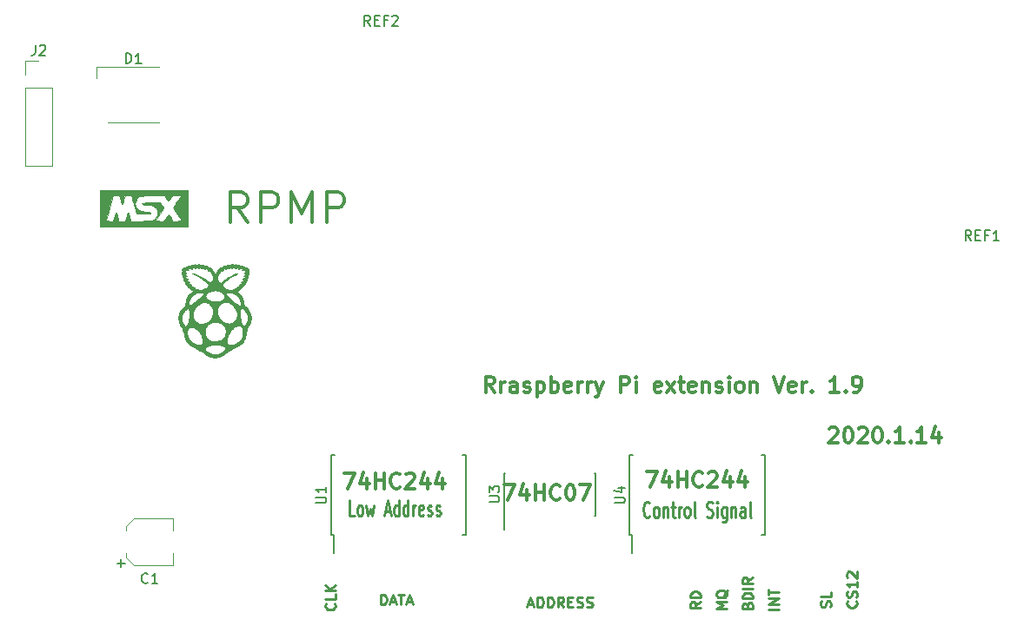
<source format=gbr>
G04 #@! TF.FileFunction,Legend,Top*
%FSLAX46Y46*%
G04 Gerber Fmt 4.6, Leading zero omitted, Abs format (unit mm)*
G04 Created by KiCad (PCBNEW 4.0.7) date 01/15/20 01:12:04*
%MOMM*%
%LPD*%
G01*
G04 APERTURE LIST*
%ADD10C,0.100000*%
%ADD11C,0.300000*%
%ADD12C,0.250000*%
%ADD13C,0.120000*%
%ADD14C,0.150000*%
%ADD15C,0.010000*%
G04 APERTURE END LIST*
D10*
D11*
X129056286Y-67587643D02*
X128056286Y-66159071D01*
X127342001Y-67587643D02*
X127342001Y-64587643D01*
X128484858Y-64587643D01*
X128770572Y-64730500D01*
X128913429Y-64873357D01*
X129056286Y-65159071D01*
X129056286Y-65587643D01*
X128913429Y-65873357D01*
X128770572Y-66016214D01*
X128484858Y-66159071D01*
X127342001Y-66159071D01*
X130342001Y-67587643D02*
X130342001Y-64587643D01*
X131484858Y-64587643D01*
X131770572Y-64730500D01*
X131913429Y-64873357D01*
X132056286Y-65159071D01*
X132056286Y-65587643D01*
X131913429Y-65873357D01*
X131770572Y-66016214D01*
X131484858Y-66159071D01*
X130342001Y-66159071D01*
X133342001Y-67587643D02*
X133342001Y-64587643D01*
X134342001Y-66730500D01*
X135342001Y-64587643D01*
X135342001Y-67587643D01*
X136770572Y-67587643D02*
X136770572Y-64587643D01*
X137913429Y-64587643D01*
X138199143Y-64730500D01*
X138342000Y-64873357D01*
X138484857Y-65159071D01*
X138484857Y-65587643D01*
X138342000Y-65873357D01*
X138199143Y-66016214D01*
X137913429Y-66159071D01*
X136770572Y-66159071D01*
X185706430Y-87713429D02*
X185777859Y-87642000D01*
X185920716Y-87570571D01*
X186277859Y-87570571D01*
X186420716Y-87642000D01*
X186492145Y-87713429D01*
X186563573Y-87856286D01*
X186563573Y-87999143D01*
X186492145Y-88213429D01*
X185635002Y-89070571D01*
X186563573Y-89070571D01*
X187492144Y-87570571D02*
X187635001Y-87570571D01*
X187777858Y-87642000D01*
X187849287Y-87713429D01*
X187920716Y-87856286D01*
X187992144Y-88142000D01*
X187992144Y-88499143D01*
X187920716Y-88784857D01*
X187849287Y-88927714D01*
X187777858Y-88999143D01*
X187635001Y-89070571D01*
X187492144Y-89070571D01*
X187349287Y-88999143D01*
X187277858Y-88927714D01*
X187206430Y-88784857D01*
X187135001Y-88499143D01*
X187135001Y-88142000D01*
X187206430Y-87856286D01*
X187277858Y-87713429D01*
X187349287Y-87642000D01*
X187492144Y-87570571D01*
X188563572Y-87713429D02*
X188635001Y-87642000D01*
X188777858Y-87570571D01*
X189135001Y-87570571D01*
X189277858Y-87642000D01*
X189349287Y-87713429D01*
X189420715Y-87856286D01*
X189420715Y-87999143D01*
X189349287Y-88213429D01*
X188492144Y-89070571D01*
X189420715Y-89070571D01*
X190349286Y-87570571D02*
X190492143Y-87570571D01*
X190635000Y-87642000D01*
X190706429Y-87713429D01*
X190777858Y-87856286D01*
X190849286Y-88142000D01*
X190849286Y-88499143D01*
X190777858Y-88784857D01*
X190706429Y-88927714D01*
X190635000Y-88999143D01*
X190492143Y-89070571D01*
X190349286Y-89070571D01*
X190206429Y-88999143D01*
X190135000Y-88927714D01*
X190063572Y-88784857D01*
X189992143Y-88499143D01*
X189992143Y-88142000D01*
X190063572Y-87856286D01*
X190135000Y-87713429D01*
X190206429Y-87642000D01*
X190349286Y-87570571D01*
X191492143Y-88927714D02*
X191563571Y-88999143D01*
X191492143Y-89070571D01*
X191420714Y-88999143D01*
X191492143Y-88927714D01*
X191492143Y-89070571D01*
X192992143Y-89070571D02*
X192135000Y-89070571D01*
X192563572Y-89070571D02*
X192563572Y-87570571D01*
X192420715Y-87784857D01*
X192277857Y-87927714D01*
X192135000Y-87999143D01*
X193635000Y-88927714D02*
X193706428Y-88999143D01*
X193635000Y-89070571D01*
X193563571Y-88999143D01*
X193635000Y-88927714D01*
X193635000Y-89070571D01*
X195135000Y-89070571D02*
X194277857Y-89070571D01*
X194706429Y-89070571D02*
X194706429Y-87570571D01*
X194563572Y-87784857D01*
X194420714Y-87927714D01*
X194277857Y-87999143D01*
X196420714Y-88070571D02*
X196420714Y-89070571D01*
X196063571Y-87499143D02*
X195706428Y-88570571D01*
X196635000Y-88570571D01*
X154063430Y-93158571D02*
X155063430Y-93158571D01*
X154420573Y-94658571D01*
X156277715Y-93658571D02*
X156277715Y-94658571D01*
X155920572Y-93087143D02*
X155563429Y-94158571D01*
X156492001Y-94158571D01*
X157063429Y-94658571D02*
X157063429Y-93158571D01*
X157063429Y-93872857D02*
X157920572Y-93872857D01*
X157920572Y-94658571D02*
X157920572Y-93158571D01*
X159492001Y-94515714D02*
X159420572Y-94587143D01*
X159206286Y-94658571D01*
X159063429Y-94658571D01*
X158849144Y-94587143D01*
X158706286Y-94444286D01*
X158634858Y-94301429D01*
X158563429Y-94015714D01*
X158563429Y-93801429D01*
X158634858Y-93515714D01*
X158706286Y-93372857D01*
X158849144Y-93230000D01*
X159063429Y-93158571D01*
X159206286Y-93158571D01*
X159420572Y-93230000D01*
X159492001Y-93301429D01*
X160420572Y-93158571D02*
X160563429Y-93158571D01*
X160706286Y-93230000D01*
X160777715Y-93301429D01*
X160849144Y-93444286D01*
X160920572Y-93730000D01*
X160920572Y-94087143D01*
X160849144Y-94372857D01*
X160777715Y-94515714D01*
X160706286Y-94587143D01*
X160563429Y-94658571D01*
X160420572Y-94658571D01*
X160277715Y-94587143D01*
X160206286Y-94515714D01*
X160134858Y-94372857D01*
X160063429Y-94087143D01*
X160063429Y-93730000D01*
X160134858Y-93444286D01*
X160206286Y-93301429D01*
X160277715Y-93230000D01*
X160420572Y-93158571D01*
X161420572Y-93158571D02*
X162420572Y-93158571D01*
X161777715Y-94658571D01*
D12*
X168227952Y-96166714D02*
X168180333Y-96238143D01*
X168037476Y-96309571D01*
X167942238Y-96309571D01*
X167799380Y-96238143D01*
X167704142Y-96095286D01*
X167656523Y-95952429D01*
X167608904Y-95666714D01*
X167608904Y-95452429D01*
X167656523Y-95166714D01*
X167704142Y-95023857D01*
X167799380Y-94881000D01*
X167942238Y-94809571D01*
X168037476Y-94809571D01*
X168180333Y-94881000D01*
X168227952Y-94952429D01*
X168799380Y-96309571D02*
X168704142Y-96238143D01*
X168656523Y-96166714D01*
X168608904Y-96023857D01*
X168608904Y-95595286D01*
X168656523Y-95452429D01*
X168704142Y-95381000D01*
X168799380Y-95309571D01*
X168942238Y-95309571D01*
X169037476Y-95381000D01*
X169085095Y-95452429D01*
X169132714Y-95595286D01*
X169132714Y-96023857D01*
X169085095Y-96166714D01*
X169037476Y-96238143D01*
X168942238Y-96309571D01*
X168799380Y-96309571D01*
X169561285Y-95309571D02*
X169561285Y-96309571D01*
X169561285Y-95452429D02*
X169608904Y-95381000D01*
X169704142Y-95309571D01*
X169847000Y-95309571D01*
X169942238Y-95381000D01*
X169989857Y-95523857D01*
X169989857Y-96309571D01*
X170323190Y-95309571D02*
X170704142Y-95309571D01*
X170466047Y-94809571D02*
X170466047Y-96095286D01*
X170513666Y-96238143D01*
X170608904Y-96309571D01*
X170704142Y-96309571D01*
X171037476Y-96309571D02*
X171037476Y-95309571D01*
X171037476Y-95595286D02*
X171085095Y-95452429D01*
X171132714Y-95381000D01*
X171227952Y-95309571D01*
X171323191Y-95309571D01*
X171799381Y-96309571D02*
X171704143Y-96238143D01*
X171656524Y-96166714D01*
X171608905Y-96023857D01*
X171608905Y-95595286D01*
X171656524Y-95452429D01*
X171704143Y-95381000D01*
X171799381Y-95309571D01*
X171942239Y-95309571D01*
X172037477Y-95381000D01*
X172085096Y-95452429D01*
X172132715Y-95595286D01*
X172132715Y-96023857D01*
X172085096Y-96166714D01*
X172037477Y-96238143D01*
X171942239Y-96309571D01*
X171799381Y-96309571D01*
X172704143Y-96309571D02*
X172608905Y-96238143D01*
X172561286Y-96095286D01*
X172561286Y-94809571D01*
X173799382Y-96238143D02*
X173942239Y-96309571D01*
X174180335Y-96309571D01*
X174275573Y-96238143D01*
X174323192Y-96166714D01*
X174370811Y-96023857D01*
X174370811Y-95881000D01*
X174323192Y-95738143D01*
X174275573Y-95666714D01*
X174180335Y-95595286D01*
X173989858Y-95523857D01*
X173894620Y-95452429D01*
X173847001Y-95381000D01*
X173799382Y-95238143D01*
X173799382Y-95095286D01*
X173847001Y-94952429D01*
X173894620Y-94881000D01*
X173989858Y-94809571D01*
X174227954Y-94809571D01*
X174370811Y-94881000D01*
X174799382Y-96309571D02*
X174799382Y-95309571D01*
X174799382Y-94809571D02*
X174751763Y-94881000D01*
X174799382Y-94952429D01*
X174847001Y-94881000D01*
X174799382Y-94809571D01*
X174799382Y-94952429D01*
X175704144Y-95309571D02*
X175704144Y-96523857D01*
X175656525Y-96666714D01*
X175608906Y-96738143D01*
X175513667Y-96809571D01*
X175370810Y-96809571D01*
X175275572Y-96738143D01*
X175704144Y-96238143D02*
X175608906Y-96309571D01*
X175418429Y-96309571D01*
X175323191Y-96238143D01*
X175275572Y-96166714D01*
X175227953Y-96023857D01*
X175227953Y-95595286D01*
X175275572Y-95452429D01*
X175323191Y-95381000D01*
X175418429Y-95309571D01*
X175608906Y-95309571D01*
X175704144Y-95381000D01*
X176180334Y-95309571D02*
X176180334Y-96309571D01*
X176180334Y-95452429D02*
X176227953Y-95381000D01*
X176323191Y-95309571D01*
X176466049Y-95309571D01*
X176561287Y-95381000D01*
X176608906Y-95523857D01*
X176608906Y-96309571D01*
X177513668Y-96309571D02*
X177513668Y-95523857D01*
X177466049Y-95381000D01*
X177370811Y-95309571D01*
X177180334Y-95309571D01*
X177085096Y-95381000D01*
X177513668Y-96238143D02*
X177418430Y-96309571D01*
X177180334Y-96309571D01*
X177085096Y-96238143D01*
X177037477Y-96095286D01*
X177037477Y-95952429D01*
X177085096Y-95809571D01*
X177180334Y-95738143D01*
X177418430Y-95738143D01*
X177513668Y-95666714D01*
X178132715Y-96309571D02*
X178037477Y-96238143D01*
X177989858Y-96095286D01*
X177989858Y-94809571D01*
X139454428Y-96182571D02*
X138978237Y-96182571D01*
X138978237Y-94682571D01*
X139930618Y-96182571D02*
X139835380Y-96111143D01*
X139787761Y-96039714D01*
X139740142Y-95896857D01*
X139740142Y-95468286D01*
X139787761Y-95325429D01*
X139835380Y-95254000D01*
X139930618Y-95182571D01*
X140073476Y-95182571D01*
X140168714Y-95254000D01*
X140216333Y-95325429D01*
X140263952Y-95468286D01*
X140263952Y-95896857D01*
X140216333Y-96039714D01*
X140168714Y-96111143D01*
X140073476Y-96182571D01*
X139930618Y-96182571D01*
X140597285Y-95182571D02*
X140787761Y-96182571D01*
X140978238Y-95468286D01*
X141168714Y-96182571D01*
X141359190Y-95182571D01*
X142454428Y-95754000D02*
X142930619Y-95754000D01*
X142359190Y-96182571D02*
X142692523Y-94682571D01*
X143025857Y-96182571D01*
X143787762Y-96182571D02*
X143787762Y-94682571D01*
X143787762Y-96111143D02*
X143692524Y-96182571D01*
X143502047Y-96182571D01*
X143406809Y-96111143D01*
X143359190Y-96039714D01*
X143311571Y-95896857D01*
X143311571Y-95468286D01*
X143359190Y-95325429D01*
X143406809Y-95254000D01*
X143502047Y-95182571D01*
X143692524Y-95182571D01*
X143787762Y-95254000D01*
X144692524Y-96182571D02*
X144692524Y-94682571D01*
X144692524Y-96111143D02*
X144597286Y-96182571D01*
X144406809Y-96182571D01*
X144311571Y-96111143D01*
X144263952Y-96039714D01*
X144216333Y-95896857D01*
X144216333Y-95468286D01*
X144263952Y-95325429D01*
X144311571Y-95254000D01*
X144406809Y-95182571D01*
X144597286Y-95182571D01*
X144692524Y-95254000D01*
X145168714Y-96182571D02*
X145168714Y-95182571D01*
X145168714Y-95468286D02*
X145216333Y-95325429D01*
X145263952Y-95254000D01*
X145359190Y-95182571D01*
X145454429Y-95182571D01*
X146168715Y-96111143D02*
X146073477Y-96182571D01*
X145883000Y-96182571D01*
X145787762Y-96111143D01*
X145740143Y-95968286D01*
X145740143Y-95396857D01*
X145787762Y-95254000D01*
X145883000Y-95182571D01*
X146073477Y-95182571D01*
X146168715Y-95254000D01*
X146216334Y-95396857D01*
X146216334Y-95539714D01*
X145740143Y-95682571D01*
X146597286Y-96111143D02*
X146692524Y-96182571D01*
X146883000Y-96182571D01*
X146978239Y-96111143D01*
X147025858Y-95968286D01*
X147025858Y-95896857D01*
X146978239Y-95754000D01*
X146883000Y-95682571D01*
X146740143Y-95682571D01*
X146644905Y-95611143D01*
X146597286Y-95468286D01*
X146597286Y-95396857D01*
X146644905Y-95254000D01*
X146740143Y-95182571D01*
X146883000Y-95182571D01*
X146978239Y-95254000D01*
X147406810Y-96111143D02*
X147502048Y-96182571D01*
X147692524Y-96182571D01*
X147787763Y-96111143D01*
X147835382Y-95968286D01*
X147835382Y-95896857D01*
X147787763Y-95754000D01*
X147692524Y-95682571D01*
X147549667Y-95682571D01*
X147454429Y-95611143D01*
X147406810Y-95468286D01*
X147406810Y-95396857D01*
X147454429Y-95254000D01*
X147549667Y-95182571D01*
X147692524Y-95182571D01*
X147787763Y-95254000D01*
D11*
X167954144Y-91888571D02*
X168954144Y-91888571D01*
X168311287Y-93388571D01*
X170168429Y-92388571D02*
X170168429Y-93388571D01*
X169811286Y-91817143D02*
X169454143Y-92888571D01*
X170382715Y-92888571D01*
X170954143Y-93388571D02*
X170954143Y-91888571D01*
X170954143Y-92602857D02*
X171811286Y-92602857D01*
X171811286Y-93388571D02*
X171811286Y-91888571D01*
X173382715Y-93245714D02*
X173311286Y-93317143D01*
X173097000Y-93388571D01*
X172954143Y-93388571D01*
X172739858Y-93317143D01*
X172597000Y-93174286D01*
X172525572Y-93031429D01*
X172454143Y-92745714D01*
X172454143Y-92531429D01*
X172525572Y-92245714D01*
X172597000Y-92102857D01*
X172739858Y-91960000D01*
X172954143Y-91888571D01*
X173097000Y-91888571D01*
X173311286Y-91960000D01*
X173382715Y-92031429D01*
X173954143Y-92031429D02*
X174025572Y-91960000D01*
X174168429Y-91888571D01*
X174525572Y-91888571D01*
X174668429Y-91960000D01*
X174739858Y-92031429D01*
X174811286Y-92174286D01*
X174811286Y-92317143D01*
X174739858Y-92531429D01*
X173882715Y-93388571D01*
X174811286Y-93388571D01*
X176097000Y-92388571D02*
X176097000Y-93388571D01*
X175739857Y-91817143D02*
X175382714Y-92888571D01*
X176311286Y-92888571D01*
X177525571Y-92388571D02*
X177525571Y-93388571D01*
X177168428Y-91817143D02*
X176811285Y-92888571D01*
X177739857Y-92888571D01*
X138490144Y-92015571D02*
X139490144Y-92015571D01*
X138847287Y-93515571D01*
X140704429Y-92515571D02*
X140704429Y-93515571D01*
X140347286Y-91944143D02*
X139990143Y-93015571D01*
X140918715Y-93015571D01*
X141490143Y-93515571D02*
X141490143Y-92015571D01*
X141490143Y-92729857D02*
X142347286Y-92729857D01*
X142347286Y-93515571D02*
X142347286Y-92015571D01*
X143918715Y-93372714D02*
X143847286Y-93444143D01*
X143633000Y-93515571D01*
X143490143Y-93515571D01*
X143275858Y-93444143D01*
X143133000Y-93301286D01*
X143061572Y-93158429D01*
X142990143Y-92872714D01*
X142990143Y-92658429D01*
X143061572Y-92372714D01*
X143133000Y-92229857D01*
X143275858Y-92087000D01*
X143490143Y-92015571D01*
X143633000Y-92015571D01*
X143847286Y-92087000D01*
X143918715Y-92158429D01*
X144490143Y-92158429D02*
X144561572Y-92087000D01*
X144704429Y-92015571D01*
X145061572Y-92015571D01*
X145204429Y-92087000D01*
X145275858Y-92158429D01*
X145347286Y-92301286D01*
X145347286Y-92444143D01*
X145275858Y-92658429D01*
X144418715Y-93515571D01*
X145347286Y-93515571D01*
X146633000Y-92515571D02*
X146633000Y-93515571D01*
X146275857Y-91944143D02*
X145918714Y-93015571D01*
X146847286Y-93015571D01*
X148061571Y-92515571D02*
X148061571Y-93515571D01*
X147704428Y-91944143D02*
X147347285Y-93015571D01*
X148275857Y-93015571D01*
D12*
X137517143Y-104735238D02*
X137564762Y-104782857D01*
X137612381Y-104925714D01*
X137612381Y-105020952D01*
X137564762Y-105163810D01*
X137469524Y-105259048D01*
X137374286Y-105306667D01*
X137183810Y-105354286D01*
X137040952Y-105354286D01*
X136850476Y-105306667D01*
X136755238Y-105259048D01*
X136660000Y-105163810D01*
X136612381Y-105020952D01*
X136612381Y-104925714D01*
X136660000Y-104782857D01*
X136707619Y-104735238D01*
X137612381Y-103830476D02*
X137612381Y-104306667D01*
X136612381Y-104306667D01*
X137612381Y-103497143D02*
X136612381Y-103497143D01*
X137612381Y-102925714D02*
X137040952Y-103354286D01*
X136612381Y-102925714D02*
X137183810Y-103497143D01*
X188317143Y-104497047D02*
X188364762Y-104544666D01*
X188412381Y-104687523D01*
X188412381Y-104782761D01*
X188364762Y-104925619D01*
X188269524Y-105020857D01*
X188174286Y-105068476D01*
X187983810Y-105116095D01*
X187840952Y-105116095D01*
X187650476Y-105068476D01*
X187555238Y-105020857D01*
X187460000Y-104925619D01*
X187412381Y-104782761D01*
X187412381Y-104687523D01*
X187460000Y-104544666D01*
X187507619Y-104497047D01*
X188364762Y-104116095D02*
X188412381Y-103973238D01*
X188412381Y-103735142D01*
X188364762Y-103639904D01*
X188317143Y-103592285D01*
X188221905Y-103544666D01*
X188126667Y-103544666D01*
X188031429Y-103592285D01*
X187983810Y-103639904D01*
X187936190Y-103735142D01*
X187888571Y-103925619D01*
X187840952Y-104020857D01*
X187793333Y-104068476D01*
X187698095Y-104116095D01*
X187602857Y-104116095D01*
X187507619Y-104068476D01*
X187460000Y-104020857D01*
X187412381Y-103925619D01*
X187412381Y-103687523D01*
X187460000Y-103544666D01*
X188412381Y-102592285D02*
X188412381Y-103163714D01*
X188412381Y-102878000D02*
X187412381Y-102878000D01*
X187555238Y-102973238D01*
X187650476Y-103068476D01*
X187698095Y-103163714D01*
X187507619Y-102211333D02*
X187460000Y-102163714D01*
X187412381Y-102068476D01*
X187412381Y-101830380D01*
X187460000Y-101735142D01*
X187507619Y-101687523D01*
X187602857Y-101639904D01*
X187698095Y-101639904D01*
X187840952Y-101687523D01*
X188412381Y-102258952D01*
X188412381Y-101639904D01*
X142010000Y-104846381D02*
X142010000Y-103846381D01*
X142248095Y-103846381D01*
X142390953Y-103894000D01*
X142486191Y-103989238D01*
X142533810Y-104084476D01*
X142581429Y-104274952D01*
X142581429Y-104417810D01*
X142533810Y-104608286D01*
X142486191Y-104703524D01*
X142390953Y-104798762D01*
X142248095Y-104846381D01*
X142010000Y-104846381D01*
X142962381Y-104560667D02*
X143438572Y-104560667D01*
X142867143Y-104846381D02*
X143200476Y-103846381D01*
X143533810Y-104846381D01*
X143724286Y-103846381D02*
X144295715Y-103846381D01*
X144010000Y-104846381D02*
X144010000Y-103846381D01*
X144581429Y-104560667D02*
X145057620Y-104560667D01*
X144486191Y-104846381D02*
X144819524Y-103846381D01*
X145152858Y-104846381D01*
X156369143Y-104814667D02*
X156845334Y-104814667D01*
X156273905Y-105100381D02*
X156607238Y-104100381D01*
X156940572Y-105100381D01*
X157273905Y-105100381D02*
X157273905Y-104100381D01*
X157512000Y-104100381D01*
X157654858Y-104148000D01*
X157750096Y-104243238D01*
X157797715Y-104338476D01*
X157845334Y-104528952D01*
X157845334Y-104671810D01*
X157797715Y-104862286D01*
X157750096Y-104957524D01*
X157654858Y-105052762D01*
X157512000Y-105100381D01*
X157273905Y-105100381D01*
X158273905Y-105100381D02*
X158273905Y-104100381D01*
X158512000Y-104100381D01*
X158654858Y-104148000D01*
X158750096Y-104243238D01*
X158797715Y-104338476D01*
X158845334Y-104528952D01*
X158845334Y-104671810D01*
X158797715Y-104862286D01*
X158750096Y-104957524D01*
X158654858Y-105052762D01*
X158512000Y-105100381D01*
X158273905Y-105100381D01*
X159845334Y-105100381D02*
X159512000Y-104624190D01*
X159273905Y-105100381D02*
X159273905Y-104100381D01*
X159654858Y-104100381D01*
X159750096Y-104148000D01*
X159797715Y-104195619D01*
X159845334Y-104290857D01*
X159845334Y-104433714D01*
X159797715Y-104528952D01*
X159750096Y-104576571D01*
X159654858Y-104624190D01*
X159273905Y-104624190D01*
X160273905Y-104576571D02*
X160607239Y-104576571D01*
X160750096Y-105100381D02*
X160273905Y-105100381D01*
X160273905Y-104100381D01*
X160750096Y-104100381D01*
X161131048Y-105052762D02*
X161273905Y-105100381D01*
X161512001Y-105100381D01*
X161607239Y-105052762D01*
X161654858Y-105005143D01*
X161702477Y-104909905D01*
X161702477Y-104814667D01*
X161654858Y-104719429D01*
X161607239Y-104671810D01*
X161512001Y-104624190D01*
X161321524Y-104576571D01*
X161226286Y-104528952D01*
X161178667Y-104481333D01*
X161131048Y-104386095D01*
X161131048Y-104290857D01*
X161178667Y-104195619D01*
X161226286Y-104148000D01*
X161321524Y-104100381D01*
X161559620Y-104100381D01*
X161702477Y-104148000D01*
X162083429Y-105052762D02*
X162226286Y-105100381D01*
X162464382Y-105100381D01*
X162559620Y-105052762D01*
X162607239Y-105005143D01*
X162654858Y-104909905D01*
X162654858Y-104814667D01*
X162607239Y-104719429D01*
X162559620Y-104671810D01*
X162464382Y-104624190D01*
X162273905Y-104576571D01*
X162178667Y-104528952D01*
X162131048Y-104481333D01*
X162083429Y-104386095D01*
X162083429Y-104290857D01*
X162131048Y-104195619D01*
X162178667Y-104148000D01*
X162273905Y-104100381D01*
X162512001Y-104100381D01*
X162654858Y-104148000D01*
X180792381Y-105298762D02*
X179792381Y-105298762D01*
X180792381Y-104822572D02*
X179792381Y-104822572D01*
X180792381Y-104251143D01*
X179792381Y-104251143D01*
X179792381Y-103917810D02*
X179792381Y-103346381D01*
X180792381Y-103632096D02*
X179792381Y-103632096D01*
X175712381Y-105251143D02*
X174712381Y-105251143D01*
X175426667Y-104917809D01*
X174712381Y-104584476D01*
X175712381Y-104584476D01*
X175807619Y-103441619D02*
X175760000Y-103536857D01*
X175664762Y-103632095D01*
X175521905Y-103774952D01*
X175474286Y-103870191D01*
X175474286Y-103965429D01*
X175712381Y-103917810D02*
X175664762Y-104013048D01*
X175569524Y-104108286D01*
X175379048Y-104155905D01*
X175045714Y-104155905D01*
X174855238Y-104108286D01*
X174760000Y-104013048D01*
X174712381Y-103917810D01*
X174712381Y-103727333D01*
X174760000Y-103632095D01*
X174855238Y-103536857D01*
X175045714Y-103489238D01*
X175379048Y-103489238D01*
X175569524Y-103536857D01*
X175664762Y-103632095D01*
X175712381Y-103727333D01*
X175712381Y-103917810D01*
X173172381Y-104584476D02*
X172696190Y-104917810D01*
X173172381Y-105155905D02*
X172172381Y-105155905D01*
X172172381Y-104774952D01*
X172220000Y-104679714D01*
X172267619Y-104632095D01*
X172362857Y-104584476D01*
X172505714Y-104584476D01*
X172600952Y-104632095D01*
X172648571Y-104679714D01*
X172696190Y-104774952D01*
X172696190Y-105155905D01*
X173172381Y-104155905D02*
X172172381Y-104155905D01*
X172172381Y-103917810D01*
X172220000Y-103774952D01*
X172315238Y-103679714D01*
X172410476Y-103632095D01*
X172600952Y-103584476D01*
X172743810Y-103584476D01*
X172934286Y-103632095D01*
X173029524Y-103679714D01*
X173124762Y-103774952D01*
X173172381Y-103917810D01*
X173172381Y-104155905D01*
X185824762Y-105084476D02*
X185872381Y-104941619D01*
X185872381Y-104703523D01*
X185824762Y-104608285D01*
X185777143Y-104560666D01*
X185681905Y-104513047D01*
X185586667Y-104513047D01*
X185491429Y-104560666D01*
X185443810Y-104608285D01*
X185396190Y-104703523D01*
X185348571Y-104894000D01*
X185300952Y-104989238D01*
X185253333Y-105036857D01*
X185158095Y-105084476D01*
X185062857Y-105084476D01*
X184967619Y-105036857D01*
X184920000Y-104989238D01*
X184872381Y-104894000D01*
X184872381Y-104655904D01*
X184920000Y-104513047D01*
X185872381Y-103608285D02*
X185872381Y-104084476D01*
X184872381Y-104084476D01*
X177728571Y-104925666D02*
X177776190Y-104782809D01*
X177823810Y-104735190D01*
X177919048Y-104687571D01*
X178061905Y-104687571D01*
X178157143Y-104735190D01*
X178204762Y-104782809D01*
X178252381Y-104878047D01*
X178252381Y-105259000D01*
X177252381Y-105259000D01*
X177252381Y-104925666D01*
X177300000Y-104830428D01*
X177347619Y-104782809D01*
X177442857Y-104735190D01*
X177538095Y-104735190D01*
X177633333Y-104782809D01*
X177680952Y-104830428D01*
X177728571Y-104925666D01*
X177728571Y-105259000D01*
X178252381Y-104259000D02*
X177252381Y-104259000D01*
X177252381Y-104020905D01*
X177300000Y-103878047D01*
X177395238Y-103782809D01*
X177490476Y-103735190D01*
X177680952Y-103687571D01*
X177823810Y-103687571D01*
X178014286Y-103735190D01*
X178109524Y-103782809D01*
X178204762Y-103878047D01*
X178252381Y-104020905D01*
X178252381Y-104259000D01*
X178252381Y-103259000D02*
X177252381Y-103259000D01*
X178252381Y-102211381D02*
X177776190Y-102544715D01*
X178252381Y-102782810D02*
X177252381Y-102782810D01*
X177252381Y-102401857D01*
X177300000Y-102306619D01*
X177347619Y-102259000D01*
X177442857Y-102211381D01*
X177585714Y-102211381D01*
X177680952Y-102259000D01*
X177728571Y-102306619D01*
X177776190Y-102401857D01*
X177776190Y-102782810D01*
D11*
X153104644Y-84117571D02*
X152604644Y-83403286D01*
X152247501Y-84117571D02*
X152247501Y-82617571D01*
X152818929Y-82617571D01*
X152961787Y-82689000D01*
X153033215Y-82760429D01*
X153104644Y-82903286D01*
X153104644Y-83117571D01*
X153033215Y-83260429D01*
X152961787Y-83331857D01*
X152818929Y-83403286D01*
X152247501Y-83403286D01*
X153747501Y-84117571D02*
X153747501Y-83117571D01*
X153747501Y-83403286D02*
X153818929Y-83260429D01*
X153890358Y-83189000D01*
X154033215Y-83117571D01*
X154176072Y-83117571D01*
X155318929Y-84117571D02*
X155318929Y-83331857D01*
X155247500Y-83189000D01*
X155104643Y-83117571D01*
X154818929Y-83117571D01*
X154676072Y-83189000D01*
X155318929Y-84046143D02*
X155176072Y-84117571D01*
X154818929Y-84117571D01*
X154676072Y-84046143D01*
X154604643Y-83903286D01*
X154604643Y-83760429D01*
X154676072Y-83617571D01*
X154818929Y-83546143D01*
X155176072Y-83546143D01*
X155318929Y-83474714D01*
X155961786Y-84046143D02*
X156104643Y-84117571D01*
X156390358Y-84117571D01*
X156533215Y-84046143D01*
X156604643Y-83903286D01*
X156604643Y-83831857D01*
X156533215Y-83689000D01*
X156390358Y-83617571D01*
X156176072Y-83617571D01*
X156033215Y-83546143D01*
X155961786Y-83403286D01*
X155961786Y-83331857D01*
X156033215Y-83189000D01*
X156176072Y-83117571D01*
X156390358Y-83117571D01*
X156533215Y-83189000D01*
X157247501Y-83117571D02*
X157247501Y-84617571D01*
X157247501Y-83189000D02*
X157390358Y-83117571D01*
X157676072Y-83117571D01*
X157818929Y-83189000D01*
X157890358Y-83260429D01*
X157961787Y-83403286D01*
X157961787Y-83831857D01*
X157890358Y-83974714D01*
X157818929Y-84046143D01*
X157676072Y-84117571D01*
X157390358Y-84117571D01*
X157247501Y-84046143D01*
X158604644Y-84117571D02*
X158604644Y-82617571D01*
X158604644Y-83189000D02*
X158747501Y-83117571D01*
X159033215Y-83117571D01*
X159176072Y-83189000D01*
X159247501Y-83260429D01*
X159318930Y-83403286D01*
X159318930Y-83831857D01*
X159247501Y-83974714D01*
X159176072Y-84046143D01*
X159033215Y-84117571D01*
X158747501Y-84117571D01*
X158604644Y-84046143D01*
X160533215Y-84046143D02*
X160390358Y-84117571D01*
X160104644Y-84117571D01*
X159961787Y-84046143D01*
X159890358Y-83903286D01*
X159890358Y-83331857D01*
X159961787Y-83189000D01*
X160104644Y-83117571D01*
X160390358Y-83117571D01*
X160533215Y-83189000D01*
X160604644Y-83331857D01*
X160604644Y-83474714D01*
X159890358Y-83617571D01*
X161247501Y-84117571D02*
X161247501Y-83117571D01*
X161247501Y-83403286D02*
X161318929Y-83260429D01*
X161390358Y-83189000D01*
X161533215Y-83117571D01*
X161676072Y-83117571D01*
X162176072Y-84117571D02*
X162176072Y-83117571D01*
X162176072Y-83403286D02*
X162247500Y-83260429D01*
X162318929Y-83189000D01*
X162461786Y-83117571D01*
X162604643Y-83117571D01*
X162961786Y-83117571D02*
X163318929Y-84117571D01*
X163676071Y-83117571D02*
X163318929Y-84117571D01*
X163176071Y-84474714D01*
X163104643Y-84546143D01*
X162961786Y-84617571D01*
X165390357Y-84117571D02*
X165390357Y-82617571D01*
X165961785Y-82617571D01*
X166104643Y-82689000D01*
X166176071Y-82760429D01*
X166247500Y-82903286D01*
X166247500Y-83117571D01*
X166176071Y-83260429D01*
X166104643Y-83331857D01*
X165961785Y-83403286D01*
X165390357Y-83403286D01*
X166890357Y-84117571D02*
X166890357Y-83117571D01*
X166890357Y-82617571D02*
X166818928Y-82689000D01*
X166890357Y-82760429D01*
X166961785Y-82689000D01*
X166890357Y-82617571D01*
X166890357Y-82760429D01*
X169318928Y-84046143D02*
X169176071Y-84117571D01*
X168890357Y-84117571D01*
X168747500Y-84046143D01*
X168676071Y-83903286D01*
X168676071Y-83331857D01*
X168747500Y-83189000D01*
X168890357Y-83117571D01*
X169176071Y-83117571D01*
X169318928Y-83189000D01*
X169390357Y-83331857D01*
X169390357Y-83474714D01*
X168676071Y-83617571D01*
X169890357Y-84117571D02*
X170676071Y-83117571D01*
X169890357Y-83117571D02*
X170676071Y-84117571D01*
X171033214Y-83117571D02*
X171604643Y-83117571D01*
X171247500Y-82617571D02*
X171247500Y-83903286D01*
X171318928Y-84046143D01*
X171461786Y-84117571D01*
X171604643Y-84117571D01*
X172676071Y-84046143D02*
X172533214Y-84117571D01*
X172247500Y-84117571D01*
X172104643Y-84046143D01*
X172033214Y-83903286D01*
X172033214Y-83331857D01*
X172104643Y-83189000D01*
X172247500Y-83117571D01*
X172533214Y-83117571D01*
X172676071Y-83189000D01*
X172747500Y-83331857D01*
X172747500Y-83474714D01*
X172033214Y-83617571D01*
X173390357Y-83117571D02*
X173390357Y-84117571D01*
X173390357Y-83260429D02*
X173461785Y-83189000D01*
X173604643Y-83117571D01*
X173818928Y-83117571D01*
X173961785Y-83189000D01*
X174033214Y-83331857D01*
X174033214Y-84117571D01*
X174676071Y-84046143D02*
X174818928Y-84117571D01*
X175104643Y-84117571D01*
X175247500Y-84046143D01*
X175318928Y-83903286D01*
X175318928Y-83831857D01*
X175247500Y-83689000D01*
X175104643Y-83617571D01*
X174890357Y-83617571D01*
X174747500Y-83546143D01*
X174676071Y-83403286D01*
X174676071Y-83331857D01*
X174747500Y-83189000D01*
X174890357Y-83117571D01*
X175104643Y-83117571D01*
X175247500Y-83189000D01*
X175961786Y-84117571D02*
X175961786Y-83117571D01*
X175961786Y-82617571D02*
X175890357Y-82689000D01*
X175961786Y-82760429D01*
X176033214Y-82689000D01*
X175961786Y-82617571D01*
X175961786Y-82760429D01*
X176890358Y-84117571D02*
X176747500Y-84046143D01*
X176676072Y-83974714D01*
X176604643Y-83831857D01*
X176604643Y-83403286D01*
X176676072Y-83260429D01*
X176747500Y-83189000D01*
X176890358Y-83117571D01*
X177104643Y-83117571D01*
X177247500Y-83189000D01*
X177318929Y-83260429D01*
X177390358Y-83403286D01*
X177390358Y-83831857D01*
X177318929Y-83974714D01*
X177247500Y-84046143D01*
X177104643Y-84117571D01*
X176890358Y-84117571D01*
X178033215Y-83117571D02*
X178033215Y-84117571D01*
X178033215Y-83260429D02*
X178104643Y-83189000D01*
X178247501Y-83117571D01*
X178461786Y-83117571D01*
X178604643Y-83189000D01*
X178676072Y-83331857D01*
X178676072Y-84117571D01*
X180318929Y-82617571D02*
X180818929Y-84117571D01*
X181318929Y-82617571D01*
X182390357Y-84046143D02*
X182247500Y-84117571D01*
X181961786Y-84117571D01*
X181818929Y-84046143D01*
X181747500Y-83903286D01*
X181747500Y-83331857D01*
X181818929Y-83189000D01*
X181961786Y-83117571D01*
X182247500Y-83117571D01*
X182390357Y-83189000D01*
X182461786Y-83331857D01*
X182461786Y-83474714D01*
X181747500Y-83617571D01*
X183104643Y-84117571D02*
X183104643Y-83117571D01*
X183104643Y-83403286D02*
X183176071Y-83260429D01*
X183247500Y-83189000D01*
X183390357Y-83117571D01*
X183533214Y-83117571D01*
X184033214Y-83974714D02*
X184104642Y-84046143D01*
X184033214Y-84117571D01*
X183961785Y-84046143D01*
X184033214Y-83974714D01*
X184033214Y-84117571D01*
X186676071Y-84117571D02*
X185818928Y-84117571D01*
X186247500Y-84117571D02*
X186247500Y-82617571D01*
X186104643Y-82831857D01*
X185961785Y-82974714D01*
X185818928Y-83046143D01*
X187318928Y-83974714D02*
X187390356Y-84046143D01*
X187318928Y-84117571D01*
X187247499Y-84046143D01*
X187318928Y-83974714D01*
X187318928Y-84117571D01*
X188104642Y-84117571D02*
X188390357Y-84117571D01*
X188533214Y-84046143D01*
X188604642Y-83974714D01*
X188747500Y-83760429D01*
X188818928Y-83474714D01*
X188818928Y-82903286D01*
X188747500Y-82760429D01*
X188676071Y-82689000D01*
X188533214Y-82617571D01*
X188247500Y-82617571D01*
X188104642Y-82689000D01*
X188033214Y-82760429D01*
X187961785Y-82903286D01*
X187961785Y-83260429D01*
X188033214Y-83403286D01*
X188104642Y-83474714D01*
X188247500Y-83546143D01*
X188533214Y-83546143D01*
X188676071Y-83474714D01*
X188747500Y-83403286D01*
X188818928Y-83260429D01*
D13*
X121797000Y-96442500D02*
X121797000Y-97612500D01*
X121797000Y-101012500D02*
X121797000Y-99842500D01*
X117217000Y-100252500D02*
X117217000Y-99842500D01*
X117217000Y-97202500D02*
X117217000Y-97612500D01*
X117987000Y-96442500D02*
X121797000Y-96442500D01*
X117987000Y-96442500D02*
X117217000Y-97202500D01*
X117987000Y-101012500D02*
X121797000Y-101012500D01*
X117987000Y-101012500D02*
X117217000Y-100252500D01*
X114320000Y-52418000D02*
X120420000Y-52418000D01*
X114320000Y-53518000D02*
X114320000Y-52418000D01*
X120420000Y-57818000D02*
X115420000Y-57818000D01*
D14*
X137189000Y-98046500D02*
X137439000Y-98046500D01*
X137189000Y-90296500D02*
X137524000Y-90296500D01*
X150339000Y-90296500D02*
X150004000Y-90296500D01*
X150339000Y-98046500D02*
X150004000Y-98046500D01*
X137189000Y-98046500D02*
X137189000Y-90296500D01*
X150339000Y-98046500D02*
X150339000Y-90296500D01*
X137439000Y-98046500D02*
X137439000Y-99846500D01*
X154046000Y-96151500D02*
X154071000Y-96151500D01*
X154046000Y-92001500D02*
X154161000Y-92001500D01*
X162946000Y-92001500D02*
X162831000Y-92001500D01*
X162946000Y-96151500D02*
X162831000Y-96151500D01*
X154046000Y-96151500D02*
X154046000Y-92001500D01*
X162946000Y-96151500D02*
X162946000Y-92001500D01*
X154071000Y-96151500D02*
X154071000Y-97526500D01*
X166272000Y-98046500D02*
X166522000Y-98046500D01*
X166272000Y-90296500D02*
X166607000Y-90296500D01*
X179422000Y-90296500D02*
X179087000Y-90296500D01*
X179422000Y-98046500D02*
X179087000Y-98046500D01*
X166272000Y-98046500D02*
X166272000Y-90296500D01*
X179422000Y-98046500D02*
X179422000Y-90296500D01*
X166522000Y-98046500D02*
X166522000Y-99846500D01*
D13*
X107382000Y-62099500D02*
X110042000Y-62099500D01*
X107382000Y-54419500D02*
X107382000Y-62099500D01*
X110042000Y-54419500D02*
X110042000Y-62099500D01*
X107382000Y-54419500D02*
X110042000Y-54419500D01*
X107382000Y-53149500D02*
X107382000Y-51819500D01*
X107382000Y-51819500D02*
X108712000Y-51819500D01*
D15*
G36*
X123253500Y-67945000D02*
X114668300Y-67945000D01*
X114668300Y-67384776D01*
X115277900Y-67384776D01*
X115325310Y-67412552D01*
X115454401Y-67430921D01*
X115629895Y-67437000D01*
X115981890Y-67437000D01*
X116058471Y-67170300D01*
X116109186Y-66989795D01*
X116153062Y-66827091D01*
X116169304Y-66763420D01*
X116212553Y-66636758D01*
X116256695Y-66610613D01*
X116302915Y-66685343D01*
X116341528Y-66815330D01*
X116389733Y-67007986D01*
X116438097Y-67197173D01*
X116450958Y-67246500D01*
X116501016Y-67437000D01*
X117150290Y-67437000D01*
X117226871Y-67170300D01*
X117277586Y-66989795D01*
X117321462Y-66827091D01*
X117337704Y-66763420D01*
X117374296Y-66648835D01*
X117411832Y-66615954D01*
X117454713Y-66669566D01*
X117507342Y-66814458D01*
X117561379Y-67006710D01*
X117675050Y-67437000D01*
X118704162Y-67437000D01*
X119053938Y-67436480D01*
X119317403Y-67433949D01*
X119509847Y-67427947D01*
X119646558Y-67417014D01*
X119742824Y-67399689D01*
X119813934Y-67374513D01*
X119875177Y-67340027D01*
X119901216Y-67322700D01*
X120118711Y-67132139D01*
X120246855Y-66910244D01*
X120293320Y-66691484D01*
X120271149Y-66432400D01*
X120152801Y-66202653D01*
X119937218Y-66000300D01*
X119904678Y-65977708D01*
X119804155Y-65919985D01*
X119693801Y-65885080D01*
X119544734Y-65867634D01*
X119328072Y-65862290D01*
X119281993Y-65862200D01*
X119055592Y-65858628D01*
X118912076Y-65845903D01*
X118832917Y-65821007D01*
X118800629Y-65783809D01*
X118785791Y-65703923D01*
X118792777Y-65683189D01*
X118848392Y-65673990D01*
X118988464Y-65662491D01*
X119195908Y-65649770D01*
X119453637Y-65636902D01*
X119675353Y-65627582D01*
X120535700Y-65594204D01*
X120709266Y-65837196D01*
X120803095Y-65977915D01*
X120866120Y-66090356D01*
X120882833Y-66138757D01*
X120855025Y-66199505D01*
X120778648Y-66326280D01*
X120664271Y-66502494D01*
X120522461Y-66711560D01*
X120467966Y-66789906D01*
X120319562Y-67003694D01*
X120194639Y-67187110D01*
X120103643Y-67324551D01*
X120057015Y-67400412D01*
X120053100Y-67409743D01*
X120099865Y-67422464D01*
X120224044Y-67432015D01*
X120401462Y-67436757D01*
X120455040Y-67437000D01*
X120856981Y-67437000D01*
X121098325Y-67098787D01*
X121209148Y-66942169D01*
X121287196Y-66848425D01*
X121351031Y-66820905D01*
X121419213Y-66862958D01*
X121510303Y-66977935D01*
X121642861Y-67169184D01*
X121664953Y-67201039D01*
X121829006Y-67437000D01*
X122236453Y-67437000D01*
X122425459Y-67433869D01*
X122567880Y-67425549D01*
X122639704Y-67413646D01*
X122643900Y-67409743D01*
X122616305Y-67360577D01*
X122540482Y-67244068D01*
X122426876Y-67075818D01*
X122285930Y-66871433D01*
X122229033Y-66789906D01*
X122080125Y-66573463D01*
X121954909Y-66384312D01*
X121863942Y-66238957D01*
X121817783Y-66153905D01*
X121814166Y-66141361D01*
X121841703Y-66081015D01*
X121917166Y-65954734D01*
X122029836Y-65779546D01*
X122168993Y-65572481D01*
X122207448Y-65516598D01*
X122600729Y-64947800D01*
X122177814Y-64947898D01*
X121754900Y-64947996D01*
X121579588Y-65205210D01*
X121480809Y-65345103D01*
X121401853Y-65447869D01*
X121365468Y-65486411D01*
X121320275Y-65459769D01*
X121238959Y-65366896D01*
X121139050Y-65227836D01*
X121138194Y-65226549D01*
X120949730Y-64942702D01*
X119768403Y-64957951D01*
X119370391Y-64963686D01*
X119060079Y-64971523D01*
X118823574Y-64984700D01*
X118646982Y-65006455D01*
X118516411Y-65040024D01*
X118417967Y-65088646D01*
X118337755Y-65155558D01*
X118261884Y-65243998D01*
X118202038Y-65322964D01*
X118121458Y-65502375D01*
X118093235Y-65726155D01*
X118117371Y-65951601D01*
X118193865Y-66136012D01*
X118202038Y-66147435D01*
X118329998Y-66299793D01*
X118461104Y-66402811D01*
X118620865Y-66467413D01*
X118834788Y-66504522D01*
X119078085Y-66522600D01*
X119309257Y-66537045D01*
X119457422Y-66554372D01*
X119541165Y-66578811D01*
X119579069Y-66614590D01*
X119586698Y-66638359D01*
X119586522Y-66674316D01*
X119559724Y-66698663D01*
X119491091Y-66713106D01*
X119365411Y-66719348D01*
X119167469Y-66719096D01*
X118906771Y-66714559D01*
X118209632Y-66700400D01*
X118036954Y-66090800D01*
X117962051Y-65826333D01*
X117889361Y-65569607D01*
X117827675Y-65351673D01*
X117788869Y-65214500D01*
X117713461Y-64947800D01*
X117120817Y-64947800D01*
X117004338Y-65366900D01*
X116947283Y-65562428D01*
X116896269Y-65719975D01*
X116859759Y-65813983D01*
X116851852Y-65827287D01*
X116823984Y-65800474D01*
X116778973Y-65694374D01*
X116724326Y-65528262D01*
X116693586Y-65420887D01*
X116571328Y-64973200D01*
X116261722Y-64958255D01*
X115952115Y-64943310D01*
X115615007Y-66137931D01*
X115521447Y-66471542D01*
X115437862Y-66773531D01*
X115368040Y-67029889D01*
X115315768Y-67226606D01*
X115284833Y-67349673D01*
X115277900Y-67384776D01*
X114668300Y-67384776D01*
X114668300Y-64439800D01*
X123253500Y-64439800D01*
X123253500Y-67945000D01*
X123253500Y-67945000D01*
G37*
X123253500Y-67945000D02*
X114668300Y-67945000D01*
X114668300Y-67384776D01*
X115277900Y-67384776D01*
X115325310Y-67412552D01*
X115454401Y-67430921D01*
X115629895Y-67437000D01*
X115981890Y-67437000D01*
X116058471Y-67170300D01*
X116109186Y-66989795D01*
X116153062Y-66827091D01*
X116169304Y-66763420D01*
X116212553Y-66636758D01*
X116256695Y-66610613D01*
X116302915Y-66685343D01*
X116341528Y-66815330D01*
X116389733Y-67007986D01*
X116438097Y-67197173D01*
X116450958Y-67246500D01*
X116501016Y-67437000D01*
X117150290Y-67437000D01*
X117226871Y-67170300D01*
X117277586Y-66989795D01*
X117321462Y-66827091D01*
X117337704Y-66763420D01*
X117374296Y-66648835D01*
X117411832Y-66615954D01*
X117454713Y-66669566D01*
X117507342Y-66814458D01*
X117561379Y-67006710D01*
X117675050Y-67437000D01*
X118704162Y-67437000D01*
X119053938Y-67436480D01*
X119317403Y-67433949D01*
X119509847Y-67427947D01*
X119646558Y-67417014D01*
X119742824Y-67399689D01*
X119813934Y-67374513D01*
X119875177Y-67340027D01*
X119901216Y-67322700D01*
X120118711Y-67132139D01*
X120246855Y-66910244D01*
X120293320Y-66691484D01*
X120271149Y-66432400D01*
X120152801Y-66202653D01*
X119937218Y-66000300D01*
X119904678Y-65977708D01*
X119804155Y-65919985D01*
X119693801Y-65885080D01*
X119544734Y-65867634D01*
X119328072Y-65862290D01*
X119281993Y-65862200D01*
X119055592Y-65858628D01*
X118912076Y-65845903D01*
X118832917Y-65821007D01*
X118800629Y-65783809D01*
X118785791Y-65703923D01*
X118792777Y-65683189D01*
X118848392Y-65673990D01*
X118988464Y-65662491D01*
X119195908Y-65649770D01*
X119453637Y-65636902D01*
X119675353Y-65627582D01*
X120535700Y-65594204D01*
X120709266Y-65837196D01*
X120803095Y-65977915D01*
X120866120Y-66090356D01*
X120882833Y-66138757D01*
X120855025Y-66199505D01*
X120778648Y-66326280D01*
X120664271Y-66502494D01*
X120522461Y-66711560D01*
X120467966Y-66789906D01*
X120319562Y-67003694D01*
X120194639Y-67187110D01*
X120103643Y-67324551D01*
X120057015Y-67400412D01*
X120053100Y-67409743D01*
X120099865Y-67422464D01*
X120224044Y-67432015D01*
X120401462Y-67436757D01*
X120455040Y-67437000D01*
X120856981Y-67437000D01*
X121098325Y-67098787D01*
X121209148Y-66942169D01*
X121287196Y-66848425D01*
X121351031Y-66820905D01*
X121419213Y-66862958D01*
X121510303Y-66977935D01*
X121642861Y-67169184D01*
X121664953Y-67201039D01*
X121829006Y-67437000D01*
X122236453Y-67437000D01*
X122425459Y-67433869D01*
X122567880Y-67425549D01*
X122639704Y-67413646D01*
X122643900Y-67409743D01*
X122616305Y-67360577D01*
X122540482Y-67244068D01*
X122426876Y-67075818D01*
X122285930Y-66871433D01*
X122229033Y-66789906D01*
X122080125Y-66573463D01*
X121954909Y-66384312D01*
X121863942Y-66238957D01*
X121817783Y-66153905D01*
X121814166Y-66141361D01*
X121841703Y-66081015D01*
X121917166Y-65954734D01*
X122029836Y-65779546D01*
X122168993Y-65572481D01*
X122207448Y-65516598D01*
X122600729Y-64947800D01*
X122177814Y-64947898D01*
X121754900Y-64947996D01*
X121579588Y-65205210D01*
X121480809Y-65345103D01*
X121401853Y-65447869D01*
X121365468Y-65486411D01*
X121320275Y-65459769D01*
X121238959Y-65366896D01*
X121139050Y-65227836D01*
X121138194Y-65226549D01*
X120949730Y-64942702D01*
X119768403Y-64957951D01*
X119370391Y-64963686D01*
X119060079Y-64971523D01*
X118823574Y-64984700D01*
X118646982Y-65006455D01*
X118516411Y-65040024D01*
X118417967Y-65088646D01*
X118337755Y-65155558D01*
X118261884Y-65243998D01*
X118202038Y-65322964D01*
X118121458Y-65502375D01*
X118093235Y-65726155D01*
X118117371Y-65951601D01*
X118193865Y-66136012D01*
X118202038Y-66147435D01*
X118329998Y-66299793D01*
X118461104Y-66402811D01*
X118620865Y-66467413D01*
X118834788Y-66504522D01*
X119078085Y-66522600D01*
X119309257Y-66537045D01*
X119457422Y-66554372D01*
X119541165Y-66578811D01*
X119579069Y-66614590D01*
X119586698Y-66638359D01*
X119586522Y-66674316D01*
X119559724Y-66698663D01*
X119491091Y-66713106D01*
X119365411Y-66719348D01*
X119167469Y-66719096D01*
X118906771Y-66714559D01*
X118209632Y-66700400D01*
X118036954Y-66090800D01*
X117962051Y-65826333D01*
X117889361Y-65569607D01*
X117827675Y-65351673D01*
X117788869Y-65214500D01*
X117713461Y-64947800D01*
X117120817Y-64947800D01*
X117004338Y-65366900D01*
X116947283Y-65562428D01*
X116896269Y-65719975D01*
X116859759Y-65813983D01*
X116851852Y-65827287D01*
X116823984Y-65800474D01*
X116778973Y-65694374D01*
X116724326Y-65528262D01*
X116693586Y-65420887D01*
X116571328Y-64973200D01*
X116261722Y-64958255D01*
X115952115Y-64943310D01*
X115615007Y-66137931D01*
X115521447Y-66471542D01*
X115437862Y-66773531D01*
X115368040Y-67029889D01*
X115315768Y-67226606D01*
X115284833Y-67349673D01*
X115277900Y-67384776D01*
X114668300Y-67384776D01*
X114668300Y-64439800D01*
X123253500Y-64439800D01*
X123253500Y-67945000D01*
G36*
X127609626Y-71659671D02*
X127656120Y-71677989D01*
X127681612Y-71691655D01*
X127704231Y-71696119D01*
X127734061Y-71691982D01*
X127764070Y-71684442D01*
X127851388Y-71668711D01*
X127931870Y-71668671D01*
X127999635Y-71684162D01*
X128015644Y-71691318D01*
X128047875Y-71709656D01*
X128069544Y-71725461D01*
X128073037Y-71729418D01*
X128088870Y-71735875D01*
X128122798Y-71740497D01*
X128167533Y-71742299D01*
X128168322Y-71742299D01*
X128241411Y-71746118D01*
X128296225Y-71758731D01*
X128338890Y-71781878D01*
X128354706Y-71795202D01*
X128375491Y-71809432D01*
X128405038Y-71818313D01*
X128449925Y-71823393D01*
X128481706Y-71825053D01*
X128569953Y-71831536D01*
X128638475Y-71844000D01*
X128692580Y-71864142D01*
X128737579Y-71893659D01*
X128759785Y-71913916D01*
X128792949Y-71944555D01*
X128817865Y-71959367D01*
X128842252Y-71962281D01*
X128852575Y-71961147D01*
X128931732Y-71961013D01*
X129004661Y-71982812D01*
X129066751Y-72024298D01*
X129113391Y-72083227D01*
X129116996Y-72089930D01*
X129132938Y-72141296D01*
X129137230Y-72203232D01*
X129129850Y-72263723D01*
X129117394Y-72299442D01*
X129104335Y-72328955D01*
X129104381Y-72349418D01*
X129118566Y-72373963D01*
X129123856Y-72381452D01*
X129145384Y-72426924D01*
X129155890Y-72489719D01*
X129156410Y-72497409D01*
X129157127Y-72546107D01*
X129150440Y-72585232D01*
X129133545Y-72627601D01*
X129123459Y-72648017D01*
X129102808Y-72691742D01*
X129093449Y-72723195D01*
X129093397Y-72751760D01*
X129097187Y-72772216D01*
X129101374Y-72839977D01*
X129082905Y-72908950D01*
X129041014Y-72981432D01*
X129017450Y-73012018D01*
X128995425Y-73043466D01*
X128984541Y-73075285D01*
X128981257Y-73118863D01*
X128981200Y-73128666D01*
X128978169Y-73188492D01*
X128966508Y-73234904D01*
X128942360Y-73277358D01*
X128901869Y-73325308D01*
X128900319Y-73326975D01*
X128866509Y-73367022D01*
X128847232Y-73402128D01*
X128837004Y-73442982D01*
X128835491Y-73453303D01*
X128819701Y-73514594D01*
X128788032Y-73570761D01*
X128737542Y-73625862D01*
X128671447Y-73679460D01*
X128626973Y-73714030D01*
X128600739Y-73739992D01*
X128589033Y-73761507D01*
X128587434Y-73773574D01*
X128578354Y-73812457D01*
X128554875Y-73858057D01*
X128522449Y-73901244D01*
X128496644Y-73925698D01*
X128467390Y-73944948D01*
X128424762Y-73968865D01*
X128383802Y-73989450D01*
X128337440Y-74013681D01*
X128308154Y-74036283D01*
X128288832Y-74063372D01*
X128282365Y-74076687D01*
X128244308Y-74131816D01*
X128184274Y-74179223D01*
X128104917Y-74217382D01*
X128008892Y-74244769D01*
X127980368Y-74250132D01*
X127947751Y-74257617D01*
X127928930Y-74265759D01*
X127927100Y-74268499D01*
X127937120Y-74279005D01*
X127963931Y-74299200D01*
X128002654Y-74325516D01*
X128022902Y-74338555D01*
X128098610Y-74392425D01*
X128181176Y-74461079D01*
X128263608Y-74538007D01*
X128338913Y-74616703D01*
X128397337Y-74686985D01*
X128453178Y-74770338D01*
X128508818Y-74870241D01*
X128560166Y-74978142D01*
X128603132Y-75085490D01*
X128632064Y-75177650D01*
X128647228Y-75245871D01*
X128661479Y-75327709D01*
X128672916Y-75411400D01*
X128678046Y-75462492D01*
X128686927Y-75549580D01*
X128698999Y-75616495D01*
X128716602Y-75668450D01*
X128742077Y-75710658D01*
X128777765Y-75748331D01*
X128822450Y-75784070D01*
X128954780Y-75896703D01*
X129073754Y-76028360D01*
X129176307Y-76174848D01*
X129259375Y-76331971D01*
X129302909Y-76441988D01*
X129350713Y-76619797D01*
X129374169Y-76801008D01*
X129373651Y-76983188D01*
X129349532Y-77163904D01*
X129302185Y-77340722D01*
X129231982Y-77511209D01*
X129139297Y-77672931D01*
X129107054Y-77719527D01*
X129076015Y-77763716D01*
X129053002Y-77800906D01*
X129035122Y-77837769D01*
X129019480Y-77880974D01*
X129003184Y-77937194D01*
X128988620Y-77992577D01*
X128970734Y-78060287D01*
X128953120Y-78124188D01*
X128937648Y-78177669D01*
X128926189Y-78214118D01*
X128924927Y-78217721D01*
X128914244Y-78260953D01*
X128907011Y-78315938D01*
X128905000Y-78358933D01*
X128894488Y-78505254D01*
X128864116Y-78659589D01*
X128815629Y-78816596D01*
X128750772Y-78970934D01*
X128671292Y-79117260D01*
X128642471Y-79162399D01*
X128542717Y-79292330D01*
X128422614Y-79414920D01*
X128286945Y-79526501D01*
X128140495Y-79623406D01*
X127988048Y-79701966D01*
X127886544Y-79741960D01*
X127849362Y-79758413D01*
X127798253Y-79785972D01*
X127739862Y-79820844D01*
X127680833Y-79859233D01*
X127678916Y-79860540D01*
X127454862Y-80000404D01*
X127217259Y-80124038D01*
X127160554Y-80150133D01*
X127096634Y-80180437D01*
X127047386Y-80208871D01*
X127003473Y-80241847D01*
X126955555Y-80285779D01*
X126938304Y-80302747D01*
X126788910Y-80434924D01*
X126630687Y-80543298D01*
X126463444Y-80627952D01*
X126286994Y-80688967D01*
X126101146Y-80726426D01*
X125933200Y-80739875D01*
X125866273Y-80741251D01*
X125805443Y-80741637D01*
X125756806Y-80741053D01*
X125726457Y-80739519D01*
X125723650Y-80739179D01*
X125689939Y-80733922D01*
X125643363Y-80726122D01*
X125609350Y-80720183D01*
X125436200Y-80677147D01*
X125265614Y-80611190D01*
X125102162Y-80524713D01*
X124950416Y-80420115D01*
X124821950Y-80306832D01*
X124779630Y-80267224D01*
X124739863Y-80237478D01*
X124694005Y-80212128D01*
X124633415Y-80185710D01*
X124625100Y-80182352D01*
X124516182Y-80135042D01*
X124398896Y-80077890D01*
X124278934Y-80014123D01*
X124161988Y-79946972D01*
X124101371Y-79909276D01*
X124893265Y-79909276D01*
X124896208Y-79924236D01*
X124912345Y-79957943D01*
X124944731Y-80002799D01*
X124989437Y-80054526D01*
X125042535Y-80108843D01*
X125100096Y-80161473D01*
X125153960Y-80204981D01*
X125302973Y-80302717D01*
X125457531Y-80376067D01*
X125619282Y-80425741D01*
X125700956Y-80441543D01*
X125781813Y-80449142D01*
X125877851Y-80450051D01*
X125979904Y-80444823D01*
X126078807Y-80434009D01*
X126165396Y-80418163D01*
X126188896Y-80412150D01*
X126354982Y-80352782D01*
X126509867Y-80271173D01*
X126651425Y-80168756D01*
X126777527Y-80046965D01*
X126836689Y-79975930D01*
X126877119Y-79909729D01*
X126893036Y-79847514D01*
X126884328Y-79789129D01*
X126850885Y-79734420D01*
X126792596Y-79683232D01*
X126709350Y-79635411D01*
X126601038Y-79590800D01*
X126549150Y-79573335D01*
X126451790Y-79545551D01*
X126353809Y-79524739D01*
X126249832Y-79510249D01*
X126134486Y-79501435D01*
X126002395Y-79497646D01*
X125920500Y-79497471D01*
X125818077Y-79498609D01*
X125734935Y-79501106D01*
X125664970Y-79505394D01*
X125602078Y-79511906D01*
X125540156Y-79521076D01*
X125507750Y-79526775D01*
X125367812Y-79557398D01*
X125243107Y-79594753D01*
X125135037Y-79637932D01*
X125045004Y-79686021D01*
X124974408Y-79738111D01*
X124924652Y-79793291D01*
X124897137Y-79850650D01*
X124893265Y-79909276D01*
X124101371Y-79909276D01*
X124053753Y-79879664D01*
X123959919Y-79815429D01*
X123907550Y-79775398D01*
X123871235Y-79750198D01*
X123821166Y-79720826D01*
X123767027Y-79692892D01*
X123756653Y-79688013D01*
X123588818Y-79596816D01*
X123435352Y-79485554D01*
X123297622Y-79355982D01*
X123176995Y-79209857D01*
X123074837Y-79048934D01*
X122992516Y-78874967D01*
X122931398Y-78689712D01*
X122910949Y-78602014D01*
X122896357Y-78538977D01*
X122878956Y-78476497D01*
X122861650Y-78424625D01*
X122854874Y-78407889D01*
X122834979Y-78358292D01*
X122825364Y-78331553D01*
X123178744Y-78331553D01*
X123181740Y-78420601D01*
X123189406Y-78500112D01*
X123195489Y-78536322D01*
X123242945Y-78709824D01*
X123311951Y-78871470D01*
X123401219Y-79019695D01*
X123509458Y-79152936D01*
X123635381Y-79269628D01*
X123777698Y-79368209D01*
X123935121Y-79447115D01*
X123951728Y-79453896D01*
X124060068Y-79491127D01*
X124169036Y-79517296D01*
X124273905Y-79531921D01*
X124369945Y-79534520D01*
X124452429Y-79524609D01*
X124499898Y-79509832D01*
X124544022Y-79482186D01*
X124591334Y-79438664D01*
X124635444Y-79386707D01*
X124669961Y-79333754D01*
X124687539Y-79291399D01*
X124708327Y-79156877D01*
X124704592Y-79015960D01*
X124676357Y-78868785D01*
X124623646Y-78715492D01*
X124573098Y-78606382D01*
X124523490Y-78512138D01*
X124478233Y-78434271D01*
X124432306Y-78365550D01*
X124380687Y-78298744D01*
X124328489Y-78238350D01*
X124885738Y-78238350D01*
X124887225Y-78332400D01*
X124893076Y-78408621D01*
X124904859Y-78474427D01*
X124924142Y-78537234D01*
X124952495Y-78604459D01*
X124971563Y-78644068D01*
X125046347Y-78767253D01*
X125141492Y-78878992D01*
X125253636Y-78976910D01*
X125379415Y-79058630D01*
X125515464Y-79121775D01*
X125658422Y-79163969D01*
X125723650Y-79175425D01*
X125784161Y-79180682D01*
X125859369Y-79182679D01*
X125940749Y-79181631D01*
X126019773Y-79177751D01*
X126087916Y-79171254D01*
X126124182Y-79165348D01*
X126279837Y-79120862D01*
X126392137Y-79070409D01*
X127027208Y-79070409D01*
X127029729Y-79134253D01*
X127034651Y-79195209D01*
X127041870Y-79251274D01*
X127050253Y-79294662D01*
X127055649Y-79312053D01*
X127103668Y-79397741D01*
X127167299Y-79463395D01*
X127246535Y-79509009D01*
X127301427Y-79526722D01*
X127352712Y-79533086D01*
X127421767Y-79532860D01*
X127501986Y-79526592D01*
X127586763Y-79514827D01*
X127669492Y-79498114D01*
X127680959Y-79495303D01*
X127849191Y-79440401D01*
X128004806Y-79364059D01*
X128146426Y-79267612D01*
X128272674Y-79152399D01*
X128382172Y-79019757D01*
X128473543Y-78871023D01*
X128545410Y-78707534D01*
X128570265Y-78632050D01*
X128583299Y-78585926D01*
X128592582Y-78545162D01*
X128598773Y-78503686D01*
X128602531Y-78455426D01*
X128604515Y-78394313D01*
X128605385Y-78314273D01*
X128605419Y-78308200D01*
X128605405Y-78224821D01*
X128603984Y-78160820D01*
X128600625Y-78110186D01*
X128594798Y-78066913D01*
X128585974Y-78024991D01*
X128577572Y-77992658D01*
X128541286Y-77882183D01*
X128498392Y-77795046D01*
X128447228Y-77729668D01*
X128386131Y-77684473D01*
X128313437Y-77657884D01*
X128227484Y-77648322D01*
X128214428Y-77648252D01*
X128091582Y-77661568D01*
X127967588Y-77699860D01*
X127843192Y-77762776D01*
X127719135Y-77849963D01*
X127635000Y-77923263D01*
X127607247Y-77947799D01*
X127586950Y-77962900D01*
X127581691Y-77965189D01*
X127565206Y-77975407D01*
X127537266Y-78003633D01*
X127500293Y-78046599D01*
X127456704Y-78101036D01*
X127408918Y-78163675D01*
X127359353Y-78231247D01*
X127310430Y-78300485D01*
X127264566Y-78368117D01*
X127224180Y-78430877D01*
X127191691Y-78485495D01*
X127178435Y-78510154D01*
X127134919Y-78606545D01*
X127094402Y-78716854D01*
X127060903Y-78829620D01*
X127048838Y-78879700D01*
X127035461Y-78948070D01*
X127028549Y-79007664D01*
X127027208Y-79070409D01*
X126392137Y-79070409D01*
X126423457Y-79056338D01*
X126553295Y-78973518D01*
X126667607Y-78874145D01*
X126764646Y-78759960D01*
X126842666Y-78632706D01*
X126899922Y-78494124D01*
X126932694Y-78358511D01*
X126941651Y-78300042D01*
X126946174Y-78254482D01*
X126946237Y-78212542D01*
X126941816Y-78164929D01*
X126932885Y-78102355D01*
X126931981Y-78096463D01*
X126896775Y-77948714D01*
X126838512Y-77811142D01*
X126757846Y-77684825D01*
X126655436Y-77570839D01*
X126565510Y-77494664D01*
X126441623Y-77412389D01*
X126314889Y-77351955D01*
X126180963Y-77311980D01*
X126035499Y-77291077D01*
X125914150Y-77287098D01*
X125797244Y-77291732D01*
X125695579Y-77305154D01*
X125600088Y-77329540D01*
X125501708Y-77367067D01*
X125418850Y-77406004D01*
X125287848Y-77481234D01*
X125177533Y-77567151D01*
X125084177Y-77667442D01*
X125004051Y-77785794D01*
X124968740Y-77851000D01*
X124936590Y-77918262D01*
X124913831Y-77977027D01*
X124898916Y-78034507D01*
X124890301Y-78097919D01*
X124886439Y-78174474D01*
X124885738Y-78238350D01*
X124328489Y-78238350D01*
X124318353Y-78226623D01*
X124280486Y-78185106D01*
X124160655Y-78064042D01*
X124045605Y-77966277D01*
X123933259Y-77890654D01*
X123821538Y-77836015D01*
X123708363Y-77801202D01*
X123591658Y-77785060D01*
X123559802Y-77783763D01*
X123499029Y-77783321D01*
X123456302Y-77785794D01*
X123424332Y-77792243D01*
X123395832Y-77803730D01*
X123385221Y-77809194D01*
X123323278Y-77853783D01*
X123267083Y-77915003D01*
X123223945Y-77984134D01*
X123209660Y-78018637D01*
X123195875Y-78076509D01*
X123186001Y-78152574D01*
X123180228Y-78239900D01*
X123178744Y-78331553D01*
X122825364Y-78331553D01*
X122810825Y-78291124D01*
X122784655Y-78213366D01*
X122758708Y-78132002D01*
X122735226Y-78054015D01*
X122716450Y-77986387D01*
X122706715Y-77946250D01*
X122687025Y-77883744D01*
X122659549Y-77834690D01*
X122655101Y-77829203D01*
X122573525Y-77720379D01*
X122498816Y-77593865D01*
X122434936Y-77457204D01*
X122385848Y-77317941D01*
X122385003Y-77315035D01*
X122346938Y-77138931D01*
X122332535Y-76958418D01*
X122335163Y-76903780D01*
X122623353Y-76903780D01*
X122626707Y-77031858D01*
X122629877Y-77058145D01*
X122661343Y-77211810D01*
X122710796Y-77357951D01*
X122776301Y-77492395D01*
X122855923Y-77610968D01*
X122919308Y-77682576D01*
X122959002Y-77717907D01*
X122991353Y-77733380D01*
X123023237Y-77730183D01*
X123061528Y-77709505D01*
X123064296Y-77707656D01*
X123099664Y-77675858D01*
X123139509Y-77627608D01*
X123178904Y-77570052D01*
X123212923Y-77510332D01*
X123235102Y-77459997D01*
X123251136Y-77415494D01*
X123271111Y-77360393D01*
X123287400Y-77315683D01*
X123323396Y-77198456D01*
X123353667Y-77062594D01*
X123377631Y-76914337D01*
X123394702Y-76759924D01*
X123404296Y-76605594D01*
X123404748Y-76561950D01*
X123731146Y-76561950D01*
X123732044Y-76663191D01*
X123737323Y-76746067D01*
X123748379Y-76817438D01*
X123766610Y-76884163D01*
X123793412Y-76953101D01*
X123824265Y-77019150D01*
X123897212Y-77139916D01*
X123988035Y-77244203D01*
X124094369Y-77330874D01*
X124213850Y-77398795D01*
X124344112Y-77446830D01*
X124482792Y-77473844D01*
X124627523Y-77478701D01*
X124752426Y-77464760D01*
X124894070Y-77427056D01*
X125032681Y-77366196D01*
X125165462Y-77284420D01*
X125289619Y-77183971D01*
X125402355Y-77067092D01*
X125500875Y-76936023D01*
X125577344Y-76803250D01*
X125611775Y-76729859D01*
X125637685Y-76662954D01*
X125657785Y-76593741D01*
X125674784Y-76513424D01*
X125684988Y-76454000D01*
X125701098Y-76309311D01*
X125700465Y-76256542D01*
X126103063Y-76256542D01*
X126104072Y-76276200D01*
X126113623Y-76386563D01*
X126129713Y-76482182D01*
X126154793Y-76572474D01*
X126191315Y-76666860D01*
X126224683Y-76739750D01*
X126308311Y-76893230D01*
X126402675Y-77025393D01*
X126510228Y-77138936D01*
X126633425Y-77236552D01*
X126733582Y-77298708D01*
X126809963Y-77340048D01*
X126873760Y-77370110D01*
X126933403Y-77391889D01*
X126997317Y-77408381D01*
X127073930Y-77422580D01*
X127088900Y-77424994D01*
X127162778Y-77435814D01*
X127219930Y-77441299D01*
X127268460Y-77441463D01*
X127316471Y-77436316D01*
X127372069Y-77425872D01*
X127374159Y-77425431D01*
X127515676Y-77384516D01*
X127640194Y-77325021D01*
X127748730Y-77246266D01*
X127842302Y-77147573D01*
X127889262Y-77082247D01*
X127953840Y-76962665D01*
X127998384Y-76831996D01*
X128023519Y-76687912D01*
X128030084Y-76558758D01*
X128019005Y-76399539D01*
X128295417Y-76399539D01*
X128297875Y-76471373D01*
X128304785Y-76561995D01*
X128315424Y-76665326D01*
X128329070Y-76775285D01*
X128344998Y-76885795D01*
X128362486Y-76990774D01*
X128371376Y-77038200D01*
X128398533Y-77157718D01*
X128432044Y-77273922D01*
X128470371Y-77383182D01*
X128511979Y-77481869D01*
X128555332Y-77566353D01*
X128598895Y-77633004D01*
X128641131Y-77678193D01*
X128642708Y-77679453D01*
X128673525Y-77702012D01*
X128695104Y-77709328D01*
X128717545Y-77702626D01*
X128737940Y-77690994D01*
X128767987Y-77666340D01*
X128806641Y-77625272D01*
X128849554Y-77573223D01*
X128892379Y-77515628D01*
X128930769Y-77457920D01*
X128948831Y-77427363D01*
X128973001Y-77379035D01*
X129000054Y-77317140D01*
X129025406Y-77252392D01*
X129033836Y-77228700D01*
X129049497Y-77181967D01*
X129060636Y-77143586D01*
X129068039Y-77107510D01*
X129072489Y-77067694D01*
X129074771Y-77018092D01*
X129075671Y-76952658D01*
X129075869Y-76904850D01*
X129074813Y-76804344D01*
X129070233Y-76722599D01*
X129060975Y-76653086D01*
X129045883Y-76589275D01*
X129023802Y-76524637D01*
X128997365Y-76461191D01*
X128927730Y-76330226D01*
X128838780Y-76205998D01*
X128735250Y-76094114D01*
X128621873Y-76000177D01*
X128589144Y-75977942D01*
X128528318Y-75940903D01*
X128482534Y-75919197D01*
X128447591Y-75911579D01*
X128419287Y-75916802D01*
X128406401Y-75923782D01*
X128381586Y-75952261D01*
X128358121Y-76001907D01*
X128336993Y-76068488D01*
X128319188Y-76147772D01*
X128305694Y-76235529D01*
X128297497Y-76327527D01*
X128295417Y-76399539D01*
X128019005Y-76399539D01*
X128018153Y-76387308D01*
X127982110Y-76219772D01*
X127923212Y-76058752D01*
X127842713Y-75906853D01*
X127741869Y-75766677D01*
X127621935Y-75640827D01*
X127563095Y-75590384D01*
X127441392Y-75502266D01*
X127319372Y-75435053D01*
X127189720Y-75385234D01*
X127072194Y-75354817D01*
X126942661Y-75337237D01*
X126817574Y-75341572D01*
X126692601Y-75368406D01*
X126563408Y-75418325D01*
X126548267Y-75425484D01*
X126483207Y-75458447D01*
X126434137Y-75488196D01*
X126393194Y-75520247D01*
X126352517Y-75560118D01*
X126345067Y-75568065D01*
X126251129Y-75685825D01*
X126180325Y-75812478D01*
X126132290Y-75949099D01*
X126106658Y-76096762D01*
X126103063Y-76256542D01*
X125700465Y-76256542D01*
X125699513Y-76177252D01*
X125679612Y-76051648D01*
X125640773Y-75926323D01*
X125628881Y-75896367D01*
X125562434Y-75766768D01*
X125477581Y-75652987D01*
X125376565Y-75556544D01*
X125261631Y-75478955D01*
X125135021Y-75421740D01*
X124998980Y-75386416D01*
X124857483Y-75374500D01*
X124698906Y-75386954D01*
X124545479Y-75424108D01*
X124397926Y-75485651D01*
X124256975Y-75571270D01*
X124123352Y-75680653D01*
X124106188Y-75696959D01*
X123985875Y-75830477D01*
X123886430Y-75978436D01*
X123807790Y-76140939D01*
X123766132Y-76259920D01*
X123752503Y-76308115D01*
X123743016Y-76351206D01*
X123736890Y-76395921D01*
X123733346Y-76448987D01*
X123731606Y-76517131D01*
X123731146Y-76561950D01*
X123404748Y-76561950D01*
X123405830Y-76457588D01*
X123398720Y-76322145D01*
X123388266Y-76238022D01*
X123372890Y-76158078D01*
X123354813Y-76097212D01*
X123331501Y-76049102D01*
X123300421Y-76007427D01*
X123292306Y-75998511D01*
X123260237Y-75971653D01*
X123227204Y-75962177D01*
X123188372Y-75970442D01*
X123138907Y-75996808D01*
X123116375Y-76011608D01*
X122985464Y-76113793D01*
X122874368Y-76229792D01*
X122779581Y-76363349D01*
X122766122Y-76385865D01*
X122709992Y-76501432D01*
X122666490Y-76631190D01*
X122637113Y-76767765D01*
X122623353Y-76903780D01*
X122335163Y-76903780D01*
X122341270Y-76776840D01*
X122372616Y-76597543D01*
X122426048Y-76423871D01*
X122501042Y-76259169D01*
X122568313Y-76147690D01*
X122612277Y-76088877D01*
X122669012Y-76022186D01*
X122732370Y-75954106D01*
X122796207Y-75891124D01*
X122854375Y-75839727D01*
X122876207Y-75822735D01*
X122928278Y-75777000D01*
X122965503Y-75725108D01*
X122989985Y-75662147D01*
X123003828Y-75583204D01*
X123007542Y-75526804D01*
X123300378Y-75526804D01*
X123300415Y-75578105D01*
X123302633Y-75620414D01*
X123306589Y-75646715D01*
X123308224Y-75650725D01*
X123331200Y-75664557D01*
X123372508Y-75662682D01*
X123432785Y-75645033D01*
X123459748Y-75634603D01*
X123547156Y-75593251D01*
X123648913Y-75534960D01*
X123762361Y-75461654D01*
X123884839Y-75375257D01*
X124013687Y-75277694D01*
X124146245Y-75170888D01*
X124279854Y-75056764D01*
X124368940Y-74976888D01*
X124460183Y-74890284D01*
X124542917Y-74805568D01*
X124547827Y-74800107D01*
X124956439Y-74800107D01*
X124960551Y-74833143D01*
X124973392Y-74869331D01*
X124994072Y-74912275D01*
X125033596Y-74976941D01*
X125079756Y-75032024D01*
X125094295Y-75045548D01*
X125150463Y-75086435D01*
X125224727Y-75129628D01*
X125310404Y-75171849D01*
X125400810Y-75209822D01*
X125489263Y-75240272D01*
X125495050Y-75241990D01*
X125609212Y-75267882D01*
X125740193Y-75284710D01*
X125881023Y-75292312D01*
X126024729Y-75290526D01*
X126164343Y-75279190D01*
X126282450Y-75260336D01*
X126379174Y-75234931D01*
X126476755Y-75199400D01*
X126568970Y-75156692D01*
X126649600Y-75109753D01*
X126712424Y-75061533D01*
X126722512Y-75051785D01*
X126780482Y-74983820D01*
X126816278Y-74918162D01*
X126832064Y-74849837D01*
X126832435Y-74798779D01*
X126824654Y-74737993D01*
X126808165Y-74685872D01*
X126779622Y-74636009D01*
X126735678Y-74581997D01*
X126699135Y-74543516D01*
X126614561Y-74469414D01*
X126913646Y-74469414D01*
X126924038Y-74506771D01*
X126949340Y-74556354D01*
X126988072Y-74615252D01*
X127037924Y-74679559D01*
X127117159Y-74770236D01*
X127206979Y-74864684D01*
X127305241Y-74961245D01*
X127409804Y-75058258D01*
X127518524Y-75154064D01*
X127629262Y-75247004D01*
X127739873Y-75335416D01*
X127848217Y-75417643D01*
X127952151Y-75492024D01*
X128049533Y-75556899D01*
X128138222Y-75610610D01*
X128216074Y-75651495D01*
X128280948Y-75677897D01*
X128330703Y-75688154D01*
X128339568Y-75688069D01*
X128363392Y-75684017D01*
X128376570Y-75671114D01*
X128384773Y-75642283D01*
X128387279Y-75628500D01*
X128390848Y-75578959D01*
X128388754Y-75512011D01*
X128381760Y-75434821D01*
X128370629Y-75354555D01*
X128356125Y-75278379D01*
X128345352Y-75234820D01*
X128292629Y-75089636D01*
X128217757Y-74949721D01*
X128123964Y-74819319D01*
X128014480Y-74702674D01*
X127892534Y-74604031D01*
X127838993Y-74569360D01*
X127711472Y-74504033D01*
X127572459Y-74453045D01*
X127428583Y-74418034D01*
X127286470Y-74400638D01*
X127160929Y-74401769D01*
X127091599Y-74409002D01*
X127027326Y-74418344D01*
X126973445Y-74428790D01*
X126935290Y-74439335D01*
X126919647Y-74447193D01*
X126913646Y-74469414D01*
X126614561Y-74469414D01*
X126570683Y-74430969D01*
X126428305Y-74339441D01*
X126273612Y-74269861D01*
X126165491Y-74236397D01*
X126113638Y-74223700D01*
X126069649Y-74215118D01*
X126026634Y-74210071D01*
X125977705Y-74207977D01*
X125915973Y-74208257D01*
X125850650Y-74209859D01*
X125752042Y-74214077D01*
X125671716Y-74221437D01*
X125602600Y-74233477D01*
X125537626Y-74251729D01*
X125469726Y-74277731D01*
X125405656Y-74306496D01*
X125300569Y-74361651D01*
X125203855Y-74423846D01*
X125119343Y-74490005D01*
X125050866Y-74557047D01*
X125002253Y-74621895D01*
X124993535Y-74637634D01*
X124975486Y-74684009D01*
X124962006Y-74738209D01*
X124958767Y-74760372D01*
X124956439Y-74800107D01*
X124547827Y-74800107D01*
X124615502Y-74724847D01*
X124676300Y-74650225D01*
X124723671Y-74583809D01*
X124755975Y-74527704D01*
X124771574Y-74484017D01*
X124771166Y-74460151D01*
X124751844Y-74440207D01*
X124708543Y-74424354D01*
X124642381Y-74412789D01*
X124554480Y-74405709D01*
X124447300Y-74403311D01*
X124322286Y-74407689D01*
X124212495Y-74422170D01*
X124109123Y-74448605D01*
X124003371Y-74488845D01*
X123970350Y-74503662D01*
X123823153Y-74585266D01*
X123691175Y-74686000D01*
X123575869Y-74803645D01*
X123478685Y-74935988D01*
X123401074Y-75080812D01*
X123344487Y-75235902D01*
X123310374Y-75399041D01*
X123300378Y-75526804D01*
X123007542Y-75526804D01*
X123008373Y-75514200D01*
X123027813Y-75318581D01*
X123072046Y-75127519D01*
X123140618Y-74942783D01*
X123171847Y-74876826D01*
X123245267Y-74752949D01*
X123339027Y-74630175D01*
X123448364Y-74513456D01*
X123568510Y-74407747D01*
X123694702Y-74318000D01*
X123730037Y-74296657D01*
X123814983Y-74247377D01*
X123752628Y-74232418D01*
X123669974Y-74204362D01*
X123601427Y-74164451D01*
X123551275Y-74115537D01*
X123533505Y-74086700D01*
X123516270Y-74055948D01*
X123495350Y-74032497D01*
X123464323Y-74010891D01*
X123416765Y-73985677D01*
X123411438Y-73983036D01*
X123332053Y-73936757D01*
X123275320Y-73886596D01*
X123238515Y-73829753D01*
X123224942Y-73791574D01*
X123208776Y-73749521D01*
X123181855Y-73715961D01*
X123152157Y-73691665D01*
X123074798Y-73628267D01*
X123020479Y-73568670D01*
X122987581Y-73510581D01*
X122974485Y-73451705D01*
X122974100Y-73439195D01*
X122969119Y-73409416D01*
X122951616Y-73378273D01*
X122917748Y-73339039D01*
X122915635Y-73336827D01*
X122865718Y-73277064D01*
X122836057Y-73220545D01*
X122823658Y-73160289D01*
X122823171Y-73121457D01*
X122823110Y-73083010D01*
X122816759Y-73053928D01*
X122800492Y-73024527D01*
X122773455Y-72988619D01*
X122732573Y-72926896D01*
X122711887Y-72866817D01*
X122708670Y-72799088D01*
X122710801Y-72775019D01*
X122712059Y-72736353D01*
X122704795Y-72698676D01*
X122686790Y-72652239D01*
X122678959Y-72635137D01*
X122657890Y-72586268D01*
X122647617Y-72549080D01*
X122646567Y-72526153D01*
X122885200Y-72526153D01*
X122894416Y-72550334D01*
X122919420Y-72586172D01*
X122956243Y-72629360D01*
X123000915Y-72675591D01*
X123049468Y-72720558D01*
X123097932Y-72759954D01*
X123106335Y-72766118D01*
X123131889Y-72790341D01*
X123135646Y-72812340D01*
X123134661Y-72815308D01*
X123126776Y-72827110D01*
X123110749Y-72833005D01*
X123080660Y-72833985D01*
X123037646Y-72831555D01*
X122949292Y-72825233D01*
X122971221Y-72863066D01*
X122989172Y-72886867D01*
X123021183Y-72922646D01*
X123062512Y-72965304D01*
X123102544Y-73004224D01*
X123145477Y-73045644D01*
X123180839Y-73081411D01*
X123204893Y-73107629D01*
X123213884Y-73120250D01*
X123203391Y-73127724D01*
X123174085Y-73134711D01*
X123136240Y-73139316D01*
X123056650Y-73145683D01*
X123120150Y-73206442D01*
X123161925Y-73243267D01*
X123214928Y-73285653D01*
X123268966Y-73325512D01*
X123278900Y-73332399D01*
X123321564Y-73361686D01*
X123355779Y-73385326D01*
X123376485Y-73399818D01*
X123380132Y-73402489D01*
X123380013Y-73412228D01*
X123360138Y-73421338D01*
X123326131Y-73428196D01*
X123283615Y-73431183D01*
X123280519Y-73431205D01*
X123241942Y-73432036D01*
X123224303Y-73435492D01*
X123223153Y-73443452D01*
X123229719Y-73452640D01*
X123253504Y-73474165D01*
X123294471Y-73503844D01*
X123347194Y-73538260D01*
X123406245Y-73573997D01*
X123466196Y-73607638D01*
X123517642Y-73633878D01*
X123560335Y-73655432D01*
X123592385Y-73673784D01*
X123608288Y-73685715D01*
X123609100Y-73687406D01*
X123597413Y-73702978D01*
X123566406Y-73716034D01*
X123522156Y-73724287D01*
X123508052Y-73725435D01*
X123453767Y-73728638D01*
X123485308Y-73755769D01*
X123507868Y-73768852D01*
X123548893Y-73787138D01*
X123602521Y-73808527D01*
X123662888Y-73830919D01*
X123724130Y-73852217D01*
X123780386Y-73870319D01*
X123825793Y-73883129D01*
X123854486Y-73888545D01*
X123856311Y-73888600D01*
X123873267Y-73893915D01*
X123870092Y-73907637D01*
X123849176Y-73926423D01*
X123815407Y-73945750D01*
X123784792Y-73963265D01*
X123767586Y-73978664D01*
X123766083Y-73983850D01*
X123780880Y-73995106D01*
X123816487Y-74007661D01*
X123868416Y-74020531D01*
X123932180Y-74032736D01*
X124003290Y-74043292D01*
X124071746Y-74050740D01*
X124127792Y-74056358D01*
X124174060Y-74062232D01*
X124204925Y-74067572D01*
X124214638Y-74070804D01*
X124213462Y-74085297D01*
X124196122Y-74107640D01*
X124167995Y-74132229D01*
X124136179Y-74152564D01*
X124098050Y-74172628D01*
X124129800Y-74181748D01*
X124181491Y-74189895D01*
X124253149Y-74191315D01*
X124340279Y-74186122D01*
X124438387Y-74174432D01*
X124443269Y-74173713D01*
X124619090Y-74140221D01*
X124772761Y-74095085D01*
X124904876Y-74037971D01*
X125016027Y-73968550D01*
X125106806Y-73886487D01*
X125177806Y-73791452D01*
X125201137Y-73749061D01*
X125226902Y-73695637D01*
X125241927Y-73654537D01*
X125244814Y-73620606D01*
X125234163Y-73588687D01*
X125208578Y-73553622D01*
X125166660Y-73510255D01*
X125125807Y-73471210D01*
X124999169Y-73358832D01*
X124851593Y-73240991D01*
X124686359Y-73119898D01*
X124506742Y-72997761D01*
X124316021Y-72876790D01*
X124117471Y-72759196D01*
X123914370Y-72647188D01*
X123866275Y-72621884D01*
X123805229Y-72589808D01*
X123752975Y-72561858D01*
X123713284Y-72540091D01*
X123689931Y-72526566D01*
X123685300Y-72523166D01*
X123696459Y-72524848D01*
X123727528Y-72534766D01*
X123774894Y-72551576D01*
X123834943Y-72573933D01*
X123904062Y-72600492D01*
X123978636Y-72629908D01*
X124053600Y-72660240D01*
X124206426Y-72726253D01*
X124364389Y-72800666D01*
X124523973Y-72881445D01*
X124681659Y-72966553D01*
X124833932Y-73053955D01*
X124977274Y-73141615D01*
X125108168Y-73227498D01*
X125223098Y-73309567D01*
X125318547Y-73385787D01*
X125340726Y-73405284D01*
X125389603Y-73449317D01*
X125457650Y-73413690D01*
X125545610Y-73354196D01*
X125616961Y-73278347D01*
X125669825Y-73189873D01*
X125702327Y-73092504D01*
X125707016Y-73045648D01*
X126101453Y-73045648D01*
X126122349Y-73149309D01*
X126166316Y-73242567D01*
X126233315Y-73325226D01*
X126235293Y-73327163D01*
X126277763Y-73364489D01*
X126323843Y-73398913D01*
X126354795Y-73418043D01*
X126412331Y-73448566D01*
X126506140Y-73372007D01*
X126663358Y-73252474D01*
X126842102Y-73132238D01*
X127038642Y-73013320D01*
X127249250Y-72897739D01*
X127470199Y-72787516D01*
X127697758Y-72684669D01*
X127928201Y-72591220D01*
X127990749Y-72567744D01*
X128036491Y-72551416D01*
X128071518Y-72539937D01*
X128090391Y-72535045D01*
X128092200Y-72535313D01*
X128081644Y-72542766D01*
X128052733Y-72559690D01*
X128009597Y-72583746D01*
X127956371Y-72612596D01*
X127942975Y-72619749D01*
X127765167Y-72717442D01*
X127587453Y-72820806D01*
X127414140Y-72927095D01*
X127249536Y-73033563D01*
X127097947Y-73137465D01*
X126963682Y-73236054D01*
X126908600Y-73279123D01*
X126840258Y-73335405D01*
X126773259Y-73393462D01*
X126710438Y-73450546D01*
X126654632Y-73503907D01*
X126608677Y-73550796D01*
X126575411Y-73588464D01*
X126557669Y-73614161D01*
X126555500Y-73621376D01*
X126562487Y-73651488D01*
X126581150Y-73695726D01*
X126608041Y-73747812D01*
X126639711Y-73801466D01*
X126672714Y-73850406D01*
X126699858Y-73884299D01*
X126770256Y-73952185D01*
X126850724Y-74009521D01*
X126945103Y-74058307D01*
X127057239Y-74100547D01*
X127184143Y-74136542D01*
X127325392Y-74167317D01*
X127453774Y-74185979D01*
X127566362Y-74192232D01*
X127660226Y-74185780D01*
X127664709Y-74185064D01*
X127713469Y-74177008D01*
X127655184Y-74140730D01*
X127622581Y-74117202D01*
X127601428Y-74095726D01*
X127596900Y-74085668D01*
X127600206Y-74074428D01*
X127612726Y-74066013D01*
X127638361Y-74059483D01*
X127681011Y-74053900D01*
X127744578Y-74048326D01*
X127755650Y-74047472D01*
X127819984Y-74040701D01*
X127886921Y-74030556D01*
X127949663Y-74018375D01*
X128001415Y-74005493D01*
X128035382Y-73993246D01*
X128037687Y-73992024D01*
X128043405Y-73983000D01*
X128030353Y-73970259D01*
X127996003Y-73951360D01*
X127995044Y-73950884D01*
X127954056Y-73928061D01*
X127936501Y-73910941D01*
X127941541Y-73897742D01*
X127965200Y-73887596D01*
X128080698Y-73851945D01*
X128176208Y-73819947D01*
X128251062Y-73791937D01*
X128304591Y-73768253D01*
X128336125Y-73749231D01*
X128344995Y-73735207D01*
X128330533Y-73726518D01*
X128292070Y-73723500D01*
X128291477Y-73723500D01*
X128256719Y-73719717D01*
X128223916Y-73710295D01*
X128199863Y-73698124D01*
X128191355Y-73686093D01*
X128193819Y-73681973D01*
X128207847Y-73674294D01*
X128238340Y-73659595D01*
X128276350Y-73642124D01*
X128336515Y-73612455D01*
X128400608Y-73576644D01*
X128462349Y-73538615D01*
X128515459Y-73502288D01*
X128553658Y-73471589D01*
X128561138Y-73464205D01*
X128591927Y-73431400D01*
X128523038Y-73431205D01*
X128480945Y-73428469D01*
X128447083Y-73421674D01*
X128426266Y-73412559D01*
X128423307Y-73402866D01*
X128431002Y-73397932D01*
X128456710Y-73383512D01*
X128496318Y-73356884D01*
X128544284Y-73322188D01*
X128595066Y-73283559D01*
X128643123Y-73245137D01*
X128682911Y-73211060D01*
X128690048Y-73204517D01*
X128758950Y-73140268D01*
X128686963Y-73139784D01*
X128643812Y-73138286D01*
X128609432Y-73134948D01*
X128596049Y-73132036D01*
X128594372Y-73122948D01*
X128608115Y-73101745D01*
X128638361Y-73067125D01*
X128686194Y-73017789D01*
X128715660Y-72988557D01*
X128763660Y-72940572D01*
X128804445Y-72898291D01*
X128834870Y-72865098D01*
X128851786Y-72844374D01*
X128854200Y-72839643D01*
X128842310Y-72833277D01*
X128809345Y-72830965D01*
X128770652Y-72832266D01*
X128722236Y-72833212D01*
X128687310Y-72829669D01*
X128673714Y-72824194D01*
X128674757Y-72811574D01*
X128692169Y-72786517D01*
X128726957Y-72747811D01*
X128780129Y-72694246D01*
X128789011Y-72685576D01*
X128835599Y-72638658D01*
X128874638Y-72596322D01*
X128902803Y-72562405D01*
X128916771Y-72540743D01*
X128917700Y-72537033D01*
X128915433Y-72525049D01*
X128905043Y-72519061D01*
X128881143Y-72518188D01*
X128838349Y-72521548D01*
X128828800Y-72522478D01*
X128785112Y-72525726D01*
X128753389Y-72526071D01*
X128739990Y-72523468D01*
X128739900Y-72523110D01*
X128745335Y-72501147D01*
X128759698Y-72463197D01*
X128780077Y-72415741D01*
X128803557Y-72365262D01*
X128827226Y-72318242D01*
X128848171Y-72281165D01*
X128849765Y-72278628D01*
X128871957Y-72242810D01*
X128887346Y-72216246D01*
X128892300Y-72205603D01*
X128880441Y-72203186D01*
X128848227Y-72201222D01*
X128800704Y-72199923D01*
X128748022Y-72199500D01*
X128682919Y-72198761D01*
X128620691Y-72196765D01*
X128569582Y-72193843D01*
X128543985Y-72191308D01*
X128484225Y-72183117D01*
X128538067Y-72128256D01*
X128567010Y-72097324D01*
X128579329Y-72079017D01*
X128577243Y-72068928D01*
X128569940Y-72064964D01*
X128540821Y-72060300D01*
X128493260Y-72059541D01*
X128433823Y-72062150D01*
X128369076Y-72067590D01*
X128305586Y-72075322D01*
X128249918Y-72084810D01*
X128212534Y-72094211D01*
X128170142Y-72106345D01*
X128136404Y-72113253D01*
X128120459Y-72113669D01*
X128105809Y-72098219D01*
X128108892Y-72071264D01*
X128128195Y-72037877D01*
X128150254Y-72013674D01*
X128195608Y-71970900D01*
X128153174Y-71970900D01*
X128116345Y-71974888D01*
X128062820Y-71985641D01*
X127999809Y-72001340D01*
X127934520Y-72020169D01*
X127874164Y-72040310D01*
X127866185Y-72043255D01*
X127823404Y-72055219D01*
X127799961Y-72051948D01*
X127799038Y-72051118D01*
X127792590Y-72028259D01*
X127804652Y-71996004D01*
X127832713Y-71959209D01*
X127859455Y-71934239D01*
X127908050Y-71894130D01*
X127863600Y-71901923D01*
X127782320Y-71921413D01*
X127692797Y-71951355D01*
X127607406Y-71987370D01*
X127572753Y-72004861D01*
X127528161Y-72027531D01*
X127500427Y-72037602D01*
X127485149Y-72036377D01*
X127480873Y-72032040D01*
X127470879Y-72001476D01*
X127479397Y-71965733D01*
X127500644Y-71929140D01*
X127531388Y-71883836D01*
X127483037Y-71900895D01*
X127427975Y-71922766D01*
X127378694Y-71948822D01*
X127326735Y-71984048D01*
X127278220Y-72021651D01*
X127239428Y-72051008D01*
X127207310Y-72072070D01*
X127187461Y-72081264D01*
X127184922Y-72081244D01*
X127167076Y-72063529D01*
X127156734Y-72030764D01*
X127155989Y-71992716D01*
X127161242Y-71970821D01*
X127175308Y-71933554D01*
X127128929Y-71957336D01*
X127099523Y-71976956D01*
X127059498Y-72009650D01*
X127015474Y-72049842D01*
X126994191Y-72070844D01*
X126953544Y-72111541D01*
X126926322Y-72136379D01*
X126908441Y-72147895D01*
X126895818Y-72148632D01*
X126884367Y-72141129D01*
X126883066Y-72139966D01*
X126864910Y-72106957D01*
X126860300Y-72064181D01*
X126858059Y-72030783D01*
X126852411Y-72011168D01*
X126849388Y-72008999D01*
X126830793Y-72018159D01*
X126799593Y-72043286D01*
X126759463Y-72080854D01*
X126714082Y-72127336D01*
X126667125Y-72179205D01*
X126645217Y-72204846D01*
X126608053Y-72248844D01*
X126583540Y-72275757D01*
X126568127Y-72288062D01*
X126558264Y-72288236D01*
X126550401Y-72278757D01*
X126547242Y-72273218D01*
X126534306Y-72239553D01*
X126530550Y-72216124D01*
X126526666Y-72191274D01*
X126514728Y-72184386D01*
X126492674Y-72196166D01*
X126458440Y-72227318D01*
X126438928Y-72247405D01*
X126333886Y-72375529D01*
X126243786Y-72522093D01*
X126170464Y-72683780D01*
X126129035Y-72807888D01*
X126103669Y-72931776D01*
X126101453Y-73045648D01*
X125707016Y-73045648D01*
X125712588Y-72989969D01*
X125706053Y-72920045D01*
X125672469Y-72781108D01*
X125621112Y-72640054D01*
X125555151Y-72503229D01*
X125477753Y-72376975D01*
X125392086Y-72267639D01*
X125366891Y-72240759D01*
X125295390Y-72167750D01*
X125277543Y-72227450D01*
X125262318Y-72271157D01*
X125248528Y-72291351D01*
X125233776Y-72289631D01*
X125216176Y-72268370D01*
X125194323Y-72240028D01*
X125159313Y-72199928D01*
X125116425Y-72153575D01*
X125070933Y-72106475D01*
X125028117Y-72064134D01*
X124993252Y-72032056D01*
X124977690Y-72019556D01*
X124941482Y-71993774D01*
X124949767Y-72026787D01*
X124952160Y-72077646D01*
X124936217Y-72123915D01*
X124922746Y-72141338D01*
X124911490Y-72149355D01*
X124898676Y-72147778D01*
X124880019Y-72133888D01*
X124851235Y-72104966D01*
X124830690Y-72082917D01*
X124788515Y-72040426D01*
X124744016Y-72000639D01*
X124706005Y-71971372D01*
X124701988Y-71968740D01*
X124664854Y-71946935D01*
X124638512Y-71934921D01*
X124626382Y-71933759D01*
X124631885Y-71944509D01*
X124635259Y-71948039D01*
X124646461Y-71971261D01*
X124650459Y-72005130D01*
X124647972Y-72041071D01*
X124639715Y-72070510D01*
X124626404Y-72084873D01*
X124623805Y-72085200D01*
X124609160Y-72077730D01*
X124580645Y-72057962D01*
X124543904Y-72029858D01*
X124536367Y-72023828D01*
X124469787Y-71975552D01*
X124398351Y-71932719D01*
X124330737Y-71900232D01*
X124295552Y-71887729D01*
X124264454Y-71878686D01*
X124298727Y-71919417D01*
X124320085Y-71953929D01*
X124331866Y-71991116D01*
X124332445Y-72022747D01*
X124322404Y-72039449D01*
X124307030Y-72036957D01*
X124275324Y-72024610D01*
X124233199Y-72004813D01*
X124217629Y-71996852D01*
X124125166Y-71954269D01*
X124027138Y-71921409D01*
X123945650Y-71901290D01*
X123907550Y-71892963D01*
X123961525Y-71948287D01*
X123991666Y-71983751D01*
X124011016Y-72015581D01*
X124015500Y-72031705D01*
X124012350Y-72053786D01*
X124007288Y-72059800D01*
X123992417Y-72056151D01*
X123959001Y-72046328D01*
X123912652Y-72032012D01*
X123879160Y-72021387D01*
X123816796Y-72003221D01*
X123753021Y-71987627D01*
X123698379Y-71977087D01*
X123681331Y-71974831D01*
X123603418Y-71966687D01*
X123650709Y-72008209D01*
X123681807Y-72042492D01*
X123697204Y-72074095D01*
X123696779Y-72098638D01*
X123680411Y-72111737D01*
X123653550Y-72110522D01*
X123635687Y-72105921D01*
X123600603Y-72096709D01*
X123555619Y-72084810D01*
X123551950Y-72083836D01*
X123505128Y-72074186D01*
X123449109Y-72066781D01*
X123389721Y-72061861D01*
X123332790Y-72059666D01*
X123284147Y-72060435D01*
X123249618Y-72064407D01*
X123235477Y-72070837D01*
X123239734Y-72085301D01*
X123257956Y-72110716D01*
X123276002Y-72130841D01*
X123323350Y-72179806D01*
X123272550Y-72188921D01*
X123239734Y-72192575D01*
X123188684Y-72195664D01*
X123126566Y-72197847D01*
X123064927Y-72198768D01*
X122908105Y-72199500D01*
X122935651Y-72240775D01*
X122959118Y-72279937D01*
X122986257Y-72331166D01*
X123013434Y-72386871D01*
X123037017Y-72439461D01*
X123053372Y-72481346D01*
X123057657Y-72495702D01*
X123066219Y-72531555D01*
X122975709Y-72522636D01*
X122925013Y-72519289D01*
X122893983Y-72520916D01*
X122885200Y-72526153D01*
X122646567Y-72526153D01*
X122645983Y-72513404D01*
X122648101Y-72489749D01*
X122658113Y-72442262D01*
X122674421Y-72397737D01*
X122681536Y-72384399D01*
X122697677Y-72354586D01*
X122700151Y-72331368D01*
X122690046Y-72300794D01*
X122688381Y-72296783D01*
X122671768Y-72229473D01*
X122672887Y-72157456D01*
X122691421Y-72091908D01*
X122694345Y-72085894D01*
X122738721Y-72024415D01*
X122798289Y-71982913D01*
X122871759Y-71962040D01*
X122942023Y-71960820D01*
X122982108Y-71962874D01*
X123005892Y-71958613D01*
X123022243Y-71945137D01*
X123032243Y-71931321D01*
X123059294Y-71901753D01*
X123095488Y-71874183D01*
X123102017Y-71870310D01*
X123141789Y-71854380D01*
X123197917Y-71839805D01*
X123261360Y-71828218D01*
X123323077Y-71821253D01*
X123374027Y-71820544D01*
X123376428Y-71820726D01*
X123414598Y-71816563D01*
X123439928Y-71803760D01*
X123489215Y-71769833D01*
X123546558Y-71750149D01*
X123618909Y-71742560D01*
X123638664Y-71742300D01*
X123693670Y-71740609D01*
X123728362Y-71734952D01*
X123747639Y-71724448D01*
X123749494Y-71722412D01*
X123793020Y-71689245D01*
X123854765Y-71670646D01*
X123931881Y-71666998D01*
X124021518Y-71678682D01*
X124041859Y-71683166D01*
X124084597Y-71691961D01*
X124113324Y-71692911D01*
X124138373Y-71685422D01*
X124155961Y-71676617D01*
X124216058Y-71657180D01*
X124289009Y-71653964D01*
X124368305Y-71666751D01*
X124425327Y-71685605D01*
X124470759Y-71702845D01*
X124503318Y-71710476D01*
X124533068Y-71709796D01*
X124564214Y-71703523D01*
X124619029Y-71695541D01*
X124671466Y-71700605D01*
X124729388Y-71720183D01*
X124777500Y-71743358D01*
X124820573Y-71763913D01*
X124851928Y-71772622D01*
X124881082Y-71771574D01*
X124894074Y-71768933D01*
X124956165Y-71762034D01*
X125015675Y-71772469D01*
X125076643Y-71801830D01*
X125143112Y-71851710D01*
X125173577Y-71879102D01*
X125210253Y-71911051D01*
X125239520Y-71928532D01*
X125270790Y-71936114D01*
X125294540Y-71937816D01*
X125354539Y-71946368D01*
X125409597Y-71968841D01*
X125465026Y-72008214D01*
X125526139Y-72067465D01*
X125526597Y-72067955D01*
X125633101Y-72196225D01*
X125729959Y-72341100D01*
X125812445Y-72494652D01*
X125875833Y-72648950D01*
X125879689Y-72660343D01*
X125904173Y-72733836D01*
X125939045Y-72634943D01*
X126010477Y-72464112D01*
X126099719Y-72304001D01*
X126203926Y-72159265D01*
X126284254Y-72069593D01*
X126337542Y-72017554D01*
X126380531Y-71981728D01*
X126419022Y-71958681D01*
X126458815Y-71944982D01*
X126505712Y-71937198D01*
X126508557Y-71936880D01*
X126560074Y-71926368D01*
X126600279Y-71904482D01*
X126619000Y-71888688D01*
X126691532Y-71828035D01*
X126756395Y-71788137D01*
X126817759Y-71767277D01*
X126879800Y-71763741D01*
X126912655Y-71767984D01*
X126948369Y-71771939D01*
X126979123Y-71766875D01*
X127016000Y-71750384D01*
X127031002Y-71742245D01*
X127096790Y-71710891D01*
X127153902Y-71696723D01*
X127210825Y-71698206D01*
X127241243Y-71704186D01*
X127277047Y-71711343D01*
X127306236Y-71711667D01*
X127338621Y-71703942D01*
X127384012Y-71686952D01*
X127385723Y-71686268D01*
X127465631Y-71662007D01*
X127542186Y-71653083D01*
X127609626Y-71659671D01*
X127609626Y-71659671D01*
G37*
X127609626Y-71659671D02*
X127656120Y-71677989D01*
X127681612Y-71691655D01*
X127704231Y-71696119D01*
X127734061Y-71691982D01*
X127764070Y-71684442D01*
X127851388Y-71668711D01*
X127931870Y-71668671D01*
X127999635Y-71684162D01*
X128015644Y-71691318D01*
X128047875Y-71709656D01*
X128069544Y-71725461D01*
X128073037Y-71729418D01*
X128088870Y-71735875D01*
X128122798Y-71740497D01*
X128167533Y-71742299D01*
X128168322Y-71742299D01*
X128241411Y-71746118D01*
X128296225Y-71758731D01*
X128338890Y-71781878D01*
X128354706Y-71795202D01*
X128375491Y-71809432D01*
X128405038Y-71818313D01*
X128449925Y-71823393D01*
X128481706Y-71825053D01*
X128569953Y-71831536D01*
X128638475Y-71844000D01*
X128692580Y-71864142D01*
X128737579Y-71893659D01*
X128759785Y-71913916D01*
X128792949Y-71944555D01*
X128817865Y-71959367D01*
X128842252Y-71962281D01*
X128852575Y-71961147D01*
X128931732Y-71961013D01*
X129004661Y-71982812D01*
X129066751Y-72024298D01*
X129113391Y-72083227D01*
X129116996Y-72089930D01*
X129132938Y-72141296D01*
X129137230Y-72203232D01*
X129129850Y-72263723D01*
X129117394Y-72299442D01*
X129104335Y-72328955D01*
X129104381Y-72349418D01*
X129118566Y-72373963D01*
X129123856Y-72381452D01*
X129145384Y-72426924D01*
X129155890Y-72489719D01*
X129156410Y-72497409D01*
X129157127Y-72546107D01*
X129150440Y-72585232D01*
X129133545Y-72627601D01*
X129123459Y-72648017D01*
X129102808Y-72691742D01*
X129093449Y-72723195D01*
X129093397Y-72751760D01*
X129097187Y-72772216D01*
X129101374Y-72839977D01*
X129082905Y-72908950D01*
X129041014Y-72981432D01*
X129017450Y-73012018D01*
X128995425Y-73043466D01*
X128984541Y-73075285D01*
X128981257Y-73118863D01*
X128981200Y-73128666D01*
X128978169Y-73188492D01*
X128966508Y-73234904D01*
X128942360Y-73277358D01*
X128901869Y-73325308D01*
X128900319Y-73326975D01*
X128866509Y-73367022D01*
X128847232Y-73402128D01*
X128837004Y-73442982D01*
X128835491Y-73453303D01*
X128819701Y-73514594D01*
X128788032Y-73570761D01*
X128737542Y-73625862D01*
X128671447Y-73679460D01*
X128626973Y-73714030D01*
X128600739Y-73739992D01*
X128589033Y-73761507D01*
X128587434Y-73773574D01*
X128578354Y-73812457D01*
X128554875Y-73858057D01*
X128522449Y-73901244D01*
X128496644Y-73925698D01*
X128467390Y-73944948D01*
X128424762Y-73968865D01*
X128383802Y-73989450D01*
X128337440Y-74013681D01*
X128308154Y-74036283D01*
X128288832Y-74063372D01*
X128282365Y-74076687D01*
X128244308Y-74131816D01*
X128184274Y-74179223D01*
X128104917Y-74217382D01*
X128008892Y-74244769D01*
X127980368Y-74250132D01*
X127947751Y-74257617D01*
X127928930Y-74265759D01*
X127927100Y-74268499D01*
X127937120Y-74279005D01*
X127963931Y-74299200D01*
X128002654Y-74325516D01*
X128022902Y-74338555D01*
X128098610Y-74392425D01*
X128181176Y-74461079D01*
X128263608Y-74538007D01*
X128338913Y-74616703D01*
X128397337Y-74686985D01*
X128453178Y-74770338D01*
X128508818Y-74870241D01*
X128560166Y-74978142D01*
X128603132Y-75085490D01*
X128632064Y-75177650D01*
X128647228Y-75245871D01*
X128661479Y-75327709D01*
X128672916Y-75411400D01*
X128678046Y-75462492D01*
X128686927Y-75549580D01*
X128698999Y-75616495D01*
X128716602Y-75668450D01*
X128742077Y-75710658D01*
X128777765Y-75748331D01*
X128822450Y-75784070D01*
X128954780Y-75896703D01*
X129073754Y-76028360D01*
X129176307Y-76174848D01*
X129259375Y-76331971D01*
X129302909Y-76441988D01*
X129350713Y-76619797D01*
X129374169Y-76801008D01*
X129373651Y-76983188D01*
X129349532Y-77163904D01*
X129302185Y-77340722D01*
X129231982Y-77511209D01*
X129139297Y-77672931D01*
X129107054Y-77719527D01*
X129076015Y-77763716D01*
X129053002Y-77800906D01*
X129035122Y-77837769D01*
X129019480Y-77880974D01*
X129003184Y-77937194D01*
X128988620Y-77992577D01*
X128970734Y-78060287D01*
X128953120Y-78124188D01*
X128937648Y-78177669D01*
X128926189Y-78214118D01*
X128924927Y-78217721D01*
X128914244Y-78260953D01*
X128907011Y-78315938D01*
X128905000Y-78358933D01*
X128894488Y-78505254D01*
X128864116Y-78659589D01*
X128815629Y-78816596D01*
X128750772Y-78970934D01*
X128671292Y-79117260D01*
X128642471Y-79162399D01*
X128542717Y-79292330D01*
X128422614Y-79414920D01*
X128286945Y-79526501D01*
X128140495Y-79623406D01*
X127988048Y-79701966D01*
X127886544Y-79741960D01*
X127849362Y-79758413D01*
X127798253Y-79785972D01*
X127739862Y-79820844D01*
X127680833Y-79859233D01*
X127678916Y-79860540D01*
X127454862Y-80000404D01*
X127217259Y-80124038D01*
X127160554Y-80150133D01*
X127096634Y-80180437D01*
X127047386Y-80208871D01*
X127003473Y-80241847D01*
X126955555Y-80285779D01*
X126938304Y-80302747D01*
X126788910Y-80434924D01*
X126630687Y-80543298D01*
X126463444Y-80627952D01*
X126286994Y-80688967D01*
X126101146Y-80726426D01*
X125933200Y-80739875D01*
X125866273Y-80741251D01*
X125805443Y-80741637D01*
X125756806Y-80741053D01*
X125726457Y-80739519D01*
X125723650Y-80739179D01*
X125689939Y-80733922D01*
X125643363Y-80726122D01*
X125609350Y-80720183D01*
X125436200Y-80677147D01*
X125265614Y-80611190D01*
X125102162Y-80524713D01*
X124950416Y-80420115D01*
X124821950Y-80306832D01*
X124779630Y-80267224D01*
X124739863Y-80237478D01*
X124694005Y-80212128D01*
X124633415Y-80185710D01*
X124625100Y-80182352D01*
X124516182Y-80135042D01*
X124398896Y-80077890D01*
X124278934Y-80014123D01*
X124161988Y-79946972D01*
X124101371Y-79909276D01*
X124893265Y-79909276D01*
X124896208Y-79924236D01*
X124912345Y-79957943D01*
X124944731Y-80002799D01*
X124989437Y-80054526D01*
X125042535Y-80108843D01*
X125100096Y-80161473D01*
X125153960Y-80204981D01*
X125302973Y-80302717D01*
X125457531Y-80376067D01*
X125619282Y-80425741D01*
X125700956Y-80441543D01*
X125781813Y-80449142D01*
X125877851Y-80450051D01*
X125979904Y-80444823D01*
X126078807Y-80434009D01*
X126165396Y-80418163D01*
X126188896Y-80412150D01*
X126354982Y-80352782D01*
X126509867Y-80271173D01*
X126651425Y-80168756D01*
X126777527Y-80046965D01*
X126836689Y-79975930D01*
X126877119Y-79909729D01*
X126893036Y-79847514D01*
X126884328Y-79789129D01*
X126850885Y-79734420D01*
X126792596Y-79683232D01*
X126709350Y-79635411D01*
X126601038Y-79590800D01*
X126549150Y-79573335D01*
X126451790Y-79545551D01*
X126353809Y-79524739D01*
X126249832Y-79510249D01*
X126134486Y-79501435D01*
X126002395Y-79497646D01*
X125920500Y-79497471D01*
X125818077Y-79498609D01*
X125734935Y-79501106D01*
X125664970Y-79505394D01*
X125602078Y-79511906D01*
X125540156Y-79521076D01*
X125507750Y-79526775D01*
X125367812Y-79557398D01*
X125243107Y-79594753D01*
X125135037Y-79637932D01*
X125045004Y-79686021D01*
X124974408Y-79738111D01*
X124924652Y-79793291D01*
X124897137Y-79850650D01*
X124893265Y-79909276D01*
X124101371Y-79909276D01*
X124053753Y-79879664D01*
X123959919Y-79815429D01*
X123907550Y-79775398D01*
X123871235Y-79750198D01*
X123821166Y-79720826D01*
X123767027Y-79692892D01*
X123756653Y-79688013D01*
X123588818Y-79596816D01*
X123435352Y-79485554D01*
X123297622Y-79355982D01*
X123176995Y-79209857D01*
X123074837Y-79048934D01*
X122992516Y-78874967D01*
X122931398Y-78689712D01*
X122910949Y-78602014D01*
X122896357Y-78538977D01*
X122878956Y-78476497D01*
X122861650Y-78424625D01*
X122854874Y-78407889D01*
X122834979Y-78358292D01*
X122825364Y-78331553D01*
X123178744Y-78331553D01*
X123181740Y-78420601D01*
X123189406Y-78500112D01*
X123195489Y-78536322D01*
X123242945Y-78709824D01*
X123311951Y-78871470D01*
X123401219Y-79019695D01*
X123509458Y-79152936D01*
X123635381Y-79269628D01*
X123777698Y-79368209D01*
X123935121Y-79447115D01*
X123951728Y-79453896D01*
X124060068Y-79491127D01*
X124169036Y-79517296D01*
X124273905Y-79531921D01*
X124369945Y-79534520D01*
X124452429Y-79524609D01*
X124499898Y-79509832D01*
X124544022Y-79482186D01*
X124591334Y-79438664D01*
X124635444Y-79386707D01*
X124669961Y-79333754D01*
X124687539Y-79291399D01*
X124708327Y-79156877D01*
X124704592Y-79015960D01*
X124676357Y-78868785D01*
X124623646Y-78715492D01*
X124573098Y-78606382D01*
X124523490Y-78512138D01*
X124478233Y-78434271D01*
X124432306Y-78365550D01*
X124380687Y-78298744D01*
X124328489Y-78238350D01*
X124885738Y-78238350D01*
X124887225Y-78332400D01*
X124893076Y-78408621D01*
X124904859Y-78474427D01*
X124924142Y-78537234D01*
X124952495Y-78604459D01*
X124971563Y-78644068D01*
X125046347Y-78767253D01*
X125141492Y-78878992D01*
X125253636Y-78976910D01*
X125379415Y-79058630D01*
X125515464Y-79121775D01*
X125658422Y-79163969D01*
X125723650Y-79175425D01*
X125784161Y-79180682D01*
X125859369Y-79182679D01*
X125940749Y-79181631D01*
X126019773Y-79177751D01*
X126087916Y-79171254D01*
X126124182Y-79165348D01*
X126279837Y-79120862D01*
X126392137Y-79070409D01*
X127027208Y-79070409D01*
X127029729Y-79134253D01*
X127034651Y-79195209D01*
X127041870Y-79251274D01*
X127050253Y-79294662D01*
X127055649Y-79312053D01*
X127103668Y-79397741D01*
X127167299Y-79463395D01*
X127246535Y-79509009D01*
X127301427Y-79526722D01*
X127352712Y-79533086D01*
X127421767Y-79532860D01*
X127501986Y-79526592D01*
X127586763Y-79514827D01*
X127669492Y-79498114D01*
X127680959Y-79495303D01*
X127849191Y-79440401D01*
X128004806Y-79364059D01*
X128146426Y-79267612D01*
X128272674Y-79152399D01*
X128382172Y-79019757D01*
X128473543Y-78871023D01*
X128545410Y-78707534D01*
X128570265Y-78632050D01*
X128583299Y-78585926D01*
X128592582Y-78545162D01*
X128598773Y-78503686D01*
X128602531Y-78455426D01*
X128604515Y-78394313D01*
X128605385Y-78314273D01*
X128605419Y-78308200D01*
X128605405Y-78224821D01*
X128603984Y-78160820D01*
X128600625Y-78110186D01*
X128594798Y-78066913D01*
X128585974Y-78024991D01*
X128577572Y-77992658D01*
X128541286Y-77882183D01*
X128498392Y-77795046D01*
X128447228Y-77729668D01*
X128386131Y-77684473D01*
X128313437Y-77657884D01*
X128227484Y-77648322D01*
X128214428Y-77648252D01*
X128091582Y-77661568D01*
X127967588Y-77699860D01*
X127843192Y-77762776D01*
X127719135Y-77849963D01*
X127635000Y-77923263D01*
X127607247Y-77947799D01*
X127586950Y-77962900D01*
X127581691Y-77965189D01*
X127565206Y-77975407D01*
X127537266Y-78003633D01*
X127500293Y-78046599D01*
X127456704Y-78101036D01*
X127408918Y-78163675D01*
X127359353Y-78231247D01*
X127310430Y-78300485D01*
X127264566Y-78368117D01*
X127224180Y-78430877D01*
X127191691Y-78485495D01*
X127178435Y-78510154D01*
X127134919Y-78606545D01*
X127094402Y-78716854D01*
X127060903Y-78829620D01*
X127048838Y-78879700D01*
X127035461Y-78948070D01*
X127028549Y-79007664D01*
X127027208Y-79070409D01*
X126392137Y-79070409D01*
X126423457Y-79056338D01*
X126553295Y-78973518D01*
X126667607Y-78874145D01*
X126764646Y-78759960D01*
X126842666Y-78632706D01*
X126899922Y-78494124D01*
X126932694Y-78358511D01*
X126941651Y-78300042D01*
X126946174Y-78254482D01*
X126946237Y-78212542D01*
X126941816Y-78164929D01*
X126932885Y-78102355D01*
X126931981Y-78096463D01*
X126896775Y-77948714D01*
X126838512Y-77811142D01*
X126757846Y-77684825D01*
X126655436Y-77570839D01*
X126565510Y-77494664D01*
X126441623Y-77412389D01*
X126314889Y-77351955D01*
X126180963Y-77311980D01*
X126035499Y-77291077D01*
X125914150Y-77287098D01*
X125797244Y-77291732D01*
X125695579Y-77305154D01*
X125600088Y-77329540D01*
X125501708Y-77367067D01*
X125418850Y-77406004D01*
X125287848Y-77481234D01*
X125177533Y-77567151D01*
X125084177Y-77667442D01*
X125004051Y-77785794D01*
X124968740Y-77851000D01*
X124936590Y-77918262D01*
X124913831Y-77977027D01*
X124898916Y-78034507D01*
X124890301Y-78097919D01*
X124886439Y-78174474D01*
X124885738Y-78238350D01*
X124328489Y-78238350D01*
X124318353Y-78226623D01*
X124280486Y-78185106D01*
X124160655Y-78064042D01*
X124045605Y-77966277D01*
X123933259Y-77890654D01*
X123821538Y-77836015D01*
X123708363Y-77801202D01*
X123591658Y-77785060D01*
X123559802Y-77783763D01*
X123499029Y-77783321D01*
X123456302Y-77785794D01*
X123424332Y-77792243D01*
X123395832Y-77803730D01*
X123385221Y-77809194D01*
X123323278Y-77853783D01*
X123267083Y-77915003D01*
X123223945Y-77984134D01*
X123209660Y-78018637D01*
X123195875Y-78076509D01*
X123186001Y-78152574D01*
X123180228Y-78239900D01*
X123178744Y-78331553D01*
X122825364Y-78331553D01*
X122810825Y-78291124D01*
X122784655Y-78213366D01*
X122758708Y-78132002D01*
X122735226Y-78054015D01*
X122716450Y-77986387D01*
X122706715Y-77946250D01*
X122687025Y-77883744D01*
X122659549Y-77834690D01*
X122655101Y-77829203D01*
X122573525Y-77720379D01*
X122498816Y-77593865D01*
X122434936Y-77457204D01*
X122385848Y-77317941D01*
X122385003Y-77315035D01*
X122346938Y-77138931D01*
X122332535Y-76958418D01*
X122335163Y-76903780D01*
X122623353Y-76903780D01*
X122626707Y-77031858D01*
X122629877Y-77058145D01*
X122661343Y-77211810D01*
X122710796Y-77357951D01*
X122776301Y-77492395D01*
X122855923Y-77610968D01*
X122919308Y-77682576D01*
X122959002Y-77717907D01*
X122991353Y-77733380D01*
X123023237Y-77730183D01*
X123061528Y-77709505D01*
X123064296Y-77707656D01*
X123099664Y-77675858D01*
X123139509Y-77627608D01*
X123178904Y-77570052D01*
X123212923Y-77510332D01*
X123235102Y-77459997D01*
X123251136Y-77415494D01*
X123271111Y-77360393D01*
X123287400Y-77315683D01*
X123323396Y-77198456D01*
X123353667Y-77062594D01*
X123377631Y-76914337D01*
X123394702Y-76759924D01*
X123404296Y-76605594D01*
X123404748Y-76561950D01*
X123731146Y-76561950D01*
X123732044Y-76663191D01*
X123737323Y-76746067D01*
X123748379Y-76817438D01*
X123766610Y-76884163D01*
X123793412Y-76953101D01*
X123824265Y-77019150D01*
X123897212Y-77139916D01*
X123988035Y-77244203D01*
X124094369Y-77330874D01*
X124213850Y-77398795D01*
X124344112Y-77446830D01*
X124482792Y-77473844D01*
X124627523Y-77478701D01*
X124752426Y-77464760D01*
X124894070Y-77427056D01*
X125032681Y-77366196D01*
X125165462Y-77284420D01*
X125289619Y-77183971D01*
X125402355Y-77067092D01*
X125500875Y-76936023D01*
X125577344Y-76803250D01*
X125611775Y-76729859D01*
X125637685Y-76662954D01*
X125657785Y-76593741D01*
X125674784Y-76513424D01*
X125684988Y-76454000D01*
X125701098Y-76309311D01*
X125700465Y-76256542D01*
X126103063Y-76256542D01*
X126104072Y-76276200D01*
X126113623Y-76386563D01*
X126129713Y-76482182D01*
X126154793Y-76572474D01*
X126191315Y-76666860D01*
X126224683Y-76739750D01*
X126308311Y-76893230D01*
X126402675Y-77025393D01*
X126510228Y-77138936D01*
X126633425Y-77236552D01*
X126733582Y-77298708D01*
X126809963Y-77340048D01*
X126873760Y-77370110D01*
X126933403Y-77391889D01*
X126997317Y-77408381D01*
X127073930Y-77422580D01*
X127088900Y-77424994D01*
X127162778Y-77435814D01*
X127219930Y-77441299D01*
X127268460Y-77441463D01*
X127316471Y-77436316D01*
X127372069Y-77425872D01*
X127374159Y-77425431D01*
X127515676Y-77384516D01*
X127640194Y-77325021D01*
X127748730Y-77246266D01*
X127842302Y-77147573D01*
X127889262Y-77082247D01*
X127953840Y-76962665D01*
X127998384Y-76831996D01*
X128023519Y-76687912D01*
X128030084Y-76558758D01*
X128019005Y-76399539D01*
X128295417Y-76399539D01*
X128297875Y-76471373D01*
X128304785Y-76561995D01*
X128315424Y-76665326D01*
X128329070Y-76775285D01*
X128344998Y-76885795D01*
X128362486Y-76990774D01*
X128371376Y-77038200D01*
X128398533Y-77157718D01*
X128432044Y-77273922D01*
X128470371Y-77383182D01*
X128511979Y-77481869D01*
X128555332Y-77566353D01*
X128598895Y-77633004D01*
X128641131Y-77678193D01*
X128642708Y-77679453D01*
X128673525Y-77702012D01*
X128695104Y-77709328D01*
X128717545Y-77702626D01*
X128737940Y-77690994D01*
X128767987Y-77666340D01*
X128806641Y-77625272D01*
X128849554Y-77573223D01*
X128892379Y-77515628D01*
X128930769Y-77457920D01*
X128948831Y-77427363D01*
X128973001Y-77379035D01*
X129000054Y-77317140D01*
X129025406Y-77252392D01*
X129033836Y-77228700D01*
X129049497Y-77181967D01*
X129060636Y-77143586D01*
X129068039Y-77107510D01*
X129072489Y-77067694D01*
X129074771Y-77018092D01*
X129075671Y-76952658D01*
X129075869Y-76904850D01*
X129074813Y-76804344D01*
X129070233Y-76722599D01*
X129060975Y-76653086D01*
X129045883Y-76589275D01*
X129023802Y-76524637D01*
X128997365Y-76461191D01*
X128927730Y-76330226D01*
X128838780Y-76205998D01*
X128735250Y-76094114D01*
X128621873Y-76000177D01*
X128589144Y-75977942D01*
X128528318Y-75940903D01*
X128482534Y-75919197D01*
X128447591Y-75911579D01*
X128419287Y-75916802D01*
X128406401Y-75923782D01*
X128381586Y-75952261D01*
X128358121Y-76001907D01*
X128336993Y-76068488D01*
X128319188Y-76147772D01*
X128305694Y-76235529D01*
X128297497Y-76327527D01*
X128295417Y-76399539D01*
X128019005Y-76399539D01*
X128018153Y-76387308D01*
X127982110Y-76219772D01*
X127923212Y-76058752D01*
X127842713Y-75906853D01*
X127741869Y-75766677D01*
X127621935Y-75640827D01*
X127563095Y-75590384D01*
X127441392Y-75502266D01*
X127319372Y-75435053D01*
X127189720Y-75385234D01*
X127072194Y-75354817D01*
X126942661Y-75337237D01*
X126817574Y-75341572D01*
X126692601Y-75368406D01*
X126563408Y-75418325D01*
X126548267Y-75425484D01*
X126483207Y-75458447D01*
X126434137Y-75488196D01*
X126393194Y-75520247D01*
X126352517Y-75560118D01*
X126345067Y-75568065D01*
X126251129Y-75685825D01*
X126180325Y-75812478D01*
X126132290Y-75949099D01*
X126106658Y-76096762D01*
X126103063Y-76256542D01*
X125700465Y-76256542D01*
X125699513Y-76177252D01*
X125679612Y-76051648D01*
X125640773Y-75926323D01*
X125628881Y-75896367D01*
X125562434Y-75766768D01*
X125477581Y-75652987D01*
X125376565Y-75556544D01*
X125261631Y-75478955D01*
X125135021Y-75421740D01*
X124998980Y-75386416D01*
X124857483Y-75374500D01*
X124698906Y-75386954D01*
X124545479Y-75424108D01*
X124397926Y-75485651D01*
X124256975Y-75571270D01*
X124123352Y-75680653D01*
X124106188Y-75696959D01*
X123985875Y-75830477D01*
X123886430Y-75978436D01*
X123807790Y-76140939D01*
X123766132Y-76259920D01*
X123752503Y-76308115D01*
X123743016Y-76351206D01*
X123736890Y-76395921D01*
X123733346Y-76448987D01*
X123731606Y-76517131D01*
X123731146Y-76561950D01*
X123404748Y-76561950D01*
X123405830Y-76457588D01*
X123398720Y-76322145D01*
X123388266Y-76238022D01*
X123372890Y-76158078D01*
X123354813Y-76097212D01*
X123331501Y-76049102D01*
X123300421Y-76007427D01*
X123292306Y-75998511D01*
X123260237Y-75971653D01*
X123227204Y-75962177D01*
X123188372Y-75970442D01*
X123138907Y-75996808D01*
X123116375Y-76011608D01*
X122985464Y-76113793D01*
X122874368Y-76229792D01*
X122779581Y-76363349D01*
X122766122Y-76385865D01*
X122709992Y-76501432D01*
X122666490Y-76631190D01*
X122637113Y-76767765D01*
X122623353Y-76903780D01*
X122335163Y-76903780D01*
X122341270Y-76776840D01*
X122372616Y-76597543D01*
X122426048Y-76423871D01*
X122501042Y-76259169D01*
X122568313Y-76147690D01*
X122612277Y-76088877D01*
X122669012Y-76022186D01*
X122732370Y-75954106D01*
X122796207Y-75891124D01*
X122854375Y-75839727D01*
X122876207Y-75822735D01*
X122928278Y-75777000D01*
X122965503Y-75725108D01*
X122989985Y-75662147D01*
X123003828Y-75583204D01*
X123007542Y-75526804D01*
X123300378Y-75526804D01*
X123300415Y-75578105D01*
X123302633Y-75620414D01*
X123306589Y-75646715D01*
X123308224Y-75650725D01*
X123331200Y-75664557D01*
X123372508Y-75662682D01*
X123432785Y-75645033D01*
X123459748Y-75634603D01*
X123547156Y-75593251D01*
X123648913Y-75534960D01*
X123762361Y-75461654D01*
X123884839Y-75375257D01*
X124013687Y-75277694D01*
X124146245Y-75170888D01*
X124279854Y-75056764D01*
X124368940Y-74976888D01*
X124460183Y-74890284D01*
X124542917Y-74805568D01*
X124547827Y-74800107D01*
X124956439Y-74800107D01*
X124960551Y-74833143D01*
X124973392Y-74869331D01*
X124994072Y-74912275D01*
X125033596Y-74976941D01*
X125079756Y-75032024D01*
X125094295Y-75045548D01*
X125150463Y-75086435D01*
X125224727Y-75129628D01*
X125310404Y-75171849D01*
X125400810Y-75209822D01*
X125489263Y-75240272D01*
X125495050Y-75241990D01*
X125609212Y-75267882D01*
X125740193Y-75284710D01*
X125881023Y-75292312D01*
X126024729Y-75290526D01*
X126164343Y-75279190D01*
X126282450Y-75260336D01*
X126379174Y-75234931D01*
X126476755Y-75199400D01*
X126568970Y-75156692D01*
X126649600Y-75109753D01*
X126712424Y-75061533D01*
X126722512Y-75051785D01*
X126780482Y-74983820D01*
X126816278Y-74918162D01*
X126832064Y-74849837D01*
X126832435Y-74798779D01*
X126824654Y-74737993D01*
X126808165Y-74685872D01*
X126779622Y-74636009D01*
X126735678Y-74581997D01*
X126699135Y-74543516D01*
X126614561Y-74469414D01*
X126913646Y-74469414D01*
X126924038Y-74506771D01*
X126949340Y-74556354D01*
X126988072Y-74615252D01*
X127037924Y-74679559D01*
X127117159Y-74770236D01*
X127206979Y-74864684D01*
X127305241Y-74961245D01*
X127409804Y-75058258D01*
X127518524Y-75154064D01*
X127629262Y-75247004D01*
X127739873Y-75335416D01*
X127848217Y-75417643D01*
X127952151Y-75492024D01*
X128049533Y-75556899D01*
X128138222Y-75610610D01*
X128216074Y-75651495D01*
X128280948Y-75677897D01*
X128330703Y-75688154D01*
X128339568Y-75688069D01*
X128363392Y-75684017D01*
X128376570Y-75671114D01*
X128384773Y-75642283D01*
X128387279Y-75628500D01*
X128390848Y-75578959D01*
X128388754Y-75512011D01*
X128381760Y-75434821D01*
X128370629Y-75354555D01*
X128356125Y-75278379D01*
X128345352Y-75234820D01*
X128292629Y-75089636D01*
X128217757Y-74949721D01*
X128123964Y-74819319D01*
X128014480Y-74702674D01*
X127892534Y-74604031D01*
X127838993Y-74569360D01*
X127711472Y-74504033D01*
X127572459Y-74453045D01*
X127428583Y-74418034D01*
X127286470Y-74400638D01*
X127160929Y-74401769D01*
X127091599Y-74409002D01*
X127027326Y-74418344D01*
X126973445Y-74428790D01*
X126935290Y-74439335D01*
X126919647Y-74447193D01*
X126913646Y-74469414D01*
X126614561Y-74469414D01*
X126570683Y-74430969D01*
X126428305Y-74339441D01*
X126273612Y-74269861D01*
X126165491Y-74236397D01*
X126113638Y-74223700D01*
X126069649Y-74215118D01*
X126026634Y-74210071D01*
X125977705Y-74207977D01*
X125915973Y-74208257D01*
X125850650Y-74209859D01*
X125752042Y-74214077D01*
X125671716Y-74221437D01*
X125602600Y-74233477D01*
X125537626Y-74251729D01*
X125469726Y-74277731D01*
X125405656Y-74306496D01*
X125300569Y-74361651D01*
X125203855Y-74423846D01*
X125119343Y-74490005D01*
X125050866Y-74557047D01*
X125002253Y-74621895D01*
X124993535Y-74637634D01*
X124975486Y-74684009D01*
X124962006Y-74738209D01*
X124958767Y-74760372D01*
X124956439Y-74800107D01*
X124547827Y-74800107D01*
X124615502Y-74724847D01*
X124676300Y-74650225D01*
X124723671Y-74583809D01*
X124755975Y-74527704D01*
X124771574Y-74484017D01*
X124771166Y-74460151D01*
X124751844Y-74440207D01*
X124708543Y-74424354D01*
X124642381Y-74412789D01*
X124554480Y-74405709D01*
X124447300Y-74403311D01*
X124322286Y-74407689D01*
X124212495Y-74422170D01*
X124109123Y-74448605D01*
X124003371Y-74488845D01*
X123970350Y-74503662D01*
X123823153Y-74585266D01*
X123691175Y-74686000D01*
X123575869Y-74803645D01*
X123478685Y-74935988D01*
X123401074Y-75080812D01*
X123344487Y-75235902D01*
X123310374Y-75399041D01*
X123300378Y-75526804D01*
X123007542Y-75526804D01*
X123008373Y-75514200D01*
X123027813Y-75318581D01*
X123072046Y-75127519D01*
X123140618Y-74942783D01*
X123171847Y-74876826D01*
X123245267Y-74752949D01*
X123339027Y-74630175D01*
X123448364Y-74513456D01*
X123568510Y-74407747D01*
X123694702Y-74318000D01*
X123730037Y-74296657D01*
X123814983Y-74247377D01*
X123752628Y-74232418D01*
X123669974Y-74204362D01*
X123601427Y-74164451D01*
X123551275Y-74115537D01*
X123533505Y-74086700D01*
X123516270Y-74055948D01*
X123495350Y-74032497D01*
X123464323Y-74010891D01*
X123416765Y-73985677D01*
X123411438Y-73983036D01*
X123332053Y-73936757D01*
X123275320Y-73886596D01*
X123238515Y-73829753D01*
X123224942Y-73791574D01*
X123208776Y-73749521D01*
X123181855Y-73715961D01*
X123152157Y-73691665D01*
X123074798Y-73628267D01*
X123020479Y-73568670D01*
X122987581Y-73510581D01*
X122974485Y-73451705D01*
X122974100Y-73439195D01*
X122969119Y-73409416D01*
X122951616Y-73378273D01*
X122917748Y-73339039D01*
X122915635Y-73336827D01*
X122865718Y-73277064D01*
X122836057Y-73220545D01*
X122823658Y-73160289D01*
X122823171Y-73121457D01*
X122823110Y-73083010D01*
X122816759Y-73053928D01*
X122800492Y-73024527D01*
X122773455Y-72988619D01*
X122732573Y-72926896D01*
X122711887Y-72866817D01*
X122708670Y-72799088D01*
X122710801Y-72775019D01*
X122712059Y-72736353D01*
X122704795Y-72698676D01*
X122686790Y-72652239D01*
X122678959Y-72635137D01*
X122657890Y-72586268D01*
X122647617Y-72549080D01*
X122646567Y-72526153D01*
X122885200Y-72526153D01*
X122894416Y-72550334D01*
X122919420Y-72586172D01*
X122956243Y-72629360D01*
X123000915Y-72675591D01*
X123049468Y-72720558D01*
X123097932Y-72759954D01*
X123106335Y-72766118D01*
X123131889Y-72790341D01*
X123135646Y-72812340D01*
X123134661Y-72815308D01*
X123126776Y-72827110D01*
X123110749Y-72833005D01*
X123080660Y-72833985D01*
X123037646Y-72831555D01*
X122949292Y-72825233D01*
X122971221Y-72863066D01*
X122989172Y-72886867D01*
X123021183Y-72922646D01*
X123062512Y-72965304D01*
X123102544Y-73004224D01*
X123145477Y-73045644D01*
X123180839Y-73081411D01*
X123204893Y-73107629D01*
X123213884Y-73120250D01*
X123203391Y-73127724D01*
X123174085Y-73134711D01*
X123136240Y-73139316D01*
X123056650Y-73145683D01*
X123120150Y-73206442D01*
X123161925Y-73243267D01*
X123214928Y-73285653D01*
X123268966Y-73325512D01*
X123278900Y-73332399D01*
X123321564Y-73361686D01*
X123355779Y-73385326D01*
X123376485Y-73399818D01*
X123380132Y-73402489D01*
X123380013Y-73412228D01*
X123360138Y-73421338D01*
X123326131Y-73428196D01*
X123283615Y-73431183D01*
X123280519Y-73431205D01*
X123241942Y-73432036D01*
X123224303Y-73435492D01*
X123223153Y-73443452D01*
X123229719Y-73452640D01*
X123253504Y-73474165D01*
X123294471Y-73503844D01*
X123347194Y-73538260D01*
X123406245Y-73573997D01*
X123466196Y-73607638D01*
X123517642Y-73633878D01*
X123560335Y-73655432D01*
X123592385Y-73673784D01*
X123608288Y-73685715D01*
X123609100Y-73687406D01*
X123597413Y-73702978D01*
X123566406Y-73716034D01*
X123522156Y-73724287D01*
X123508052Y-73725435D01*
X123453767Y-73728638D01*
X123485308Y-73755769D01*
X123507868Y-73768852D01*
X123548893Y-73787138D01*
X123602521Y-73808527D01*
X123662888Y-73830919D01*
X123724130Y-73852217D01*
X123780386Y-73870319D01*
X123825793Y-73883129D01*
X123854486Y-73888545D01*
X123856311Y-73888600D01*
X123873267Y-73893915D01*
X123870092Y-73907637D01*
X123849176Y-73926423D01*
X123815407Y-73945750D01*
X123784792Y-73963265D01*
X123767586Y-73978664D01*
X123766083Y-73983850D01*
X123780880Y-73995106D01*
X123816487Y-74007661D01*
X123868416Y-74020531D01*
X123932180Y-74032736D01*
X124003290Y-74043292D01*
X124071746Y-74050740D01*
X124127792Y-74056358D01*
X124174060Y-74062232D01*
X124204925Y-74067572D01*
X124214638Y-74070804D01*
X124213462Y-74085297D01*
X124196122Y-74107640D01*
X124167995Y-74132229D01*
X124136179Y-74152564D01*
X124098050Y-74172628D01*
X124129800Y-74181748D01*
X124181491Y-74189895D01*
X124253149Y-74191315D01*
X124340279Y-74186122D01*
X124438387Y-74174432D01*
X124443269Y-74173713D01*
X124619090Y-74140221D01*
X124772761Y-74095085D01*
X124904876Y-74037971D01*
X125016027Y-73968550D01*
X125106806Y-73886487D01*
X125177806Y-73791452D01*
X125201137Y-73749061D01*
X125226902Y-73695637D01*
X125241927Y-73654537D01*
X125244814Y-73620606D01*
X125234163Y-73588687D01*
X125208578Y-73553622D01*
X125166660Y-73510255D01*
X125125807Y-73471210D01*
X124999169Y-73358832D01*
X124851593Y-73240991D01*
X124686359Y-73119898D01*
X124506742Y-72997761D01*
X124316021Y-72876790D01*
X124117471Y-72759196D01*
X123914370Y-72647188D01*
X123866275Y-72621884D01*
X123805229Y-72589808D01*
X123752975Y-72561858D01*
X123713284Y-72540091D01*
X123689931Y-72526566D01*
X123685300Y-72523166D01*
X123696459Y-72524848D01*
X123727528Y-72534766D01*
X123774894Y-72551576D01*
X123834943Y-72573933D01*
X123904062Y-72600492D01*
X123978636Y-72629908D01*
X124053600Y-72660240D01*
X124206426Y-72726253D01*
X124364389Y-72800666D01*
X124523973Y-72881445D01*
X124681659Y-72966553D01*
X124833932Y-73053955D01*
X124977274Y-73141615D01*
X125108168Y-73227498D01*
X125223098Y-73309567D01*
X125318547Y-73385787D01*
X125340726Y-73405284D01*
X125389603Y-73449317D01*
X125457650Y-73413690D01*
X125545610Y-73354196D01*
X125616961Y-73278347D01*
X125669825Y-73189873D01*
X125702327Y-73092504D01*
X125707016Y-73045648D01*
X126101453Y-73045648D01*
X126122349Y-73149309D01*
X126166316Y-73242567D01*
X126233315Y-73325226D01*
X126235293Y-73327163D01*
X126277763Y-73364489D01*
X126323843Y-73398913D01*
X126354795Y-73418043D01*
X126412331Y-73448566D01*
X126506140Y-73372007D01*
X126663358Y-73252474D01*
X126842102Y-73132238D01*
X127038642Y-73013320D01*
X127249250Y-72897739D01*
X127470199Y-72787516D01*
X127697758Y-72684669D01*
X127928201Y-72591220D01*
X127990749Y-72567744D01*
X128036491Y-72551416D01*
X128071518Y-72539937D01*
X128090391Y-72535045D01*
X128092200Y-72535313D01*
X128081644Y-72542766D01*
X128052733Y-72559690D01*
X128009597Y-72583746D01*
X127956371Y-72612596D01*
X127942975Y-72619749D01*
X127765167Y-72717442D01*
X127587453Y-72820806D01*
X127414140Y-72927095D01*
X127249536Y-73033563D01*
X127097947Y-73137465D01*
X126963682Y-73236054D01*
X126908600Y-73279123D01*
X126840258Y-73335405D01*
X126773259Y-73393462D01*
X126710438Y-73450546D01*
X126654632Y-73503907D01*
X126608677Y-73550796D01*
X126575411Y-73588464D01*
X126557669Y-73614161D01*
X126555500Y-73621376D01*
X126562487Y-73651488D01*
X126581150Y-73695726D01*
X126608041Y-73747812D01*
X126639711Y-73801466D01*
X126672714Y-73850406D01*
X126699858Y-73884299D01*
X126770256Y-73952185D01*
X126850724Y-74009521D01*
X126945103Y-74058307D01*
X127057239Y-74100547D01*
X127184143Y-74136542D01*
X127325392Y-74167317D01*
X127453774Y-74185979D01*
X127566362Y-74192232D01*
X127660226Y-74185780D01*
X127664709Y-74185064D01*
X127713469Y-74177008D01*
X127655184Y-74140730D01*
X127622581Y-74117202D01*
X127601428Y-74095726D01*
X127596900Y-74085668D01*
X127600206Y-74074428D01*
X127612726Y-74066013D01*
X127638361Y-74059483D01*
X127681011Y-74053900D01*
X127744578Y-74048326D01*
X127755650Y-74047472D01*
X127819984Y-74040701D01*
X127886921Y-74030556D01*
X127949663Y-74018375D01*
X128001415Y-74005493D01*
X128035382Y-73993246D01*
X128037687Y-73992024D01*
X128043405Y-73983000D01*
X128030353Y-73970259D01*
X127996003Y-73951360D01*
X127995044Y-73950884D01*
X127954056Y-73928061D01*
X127936501Y-73910941D01*
X127941541Y-73897742D01*
X127965200Y-73887596D01*
X128080698Y-73851945D01*
X128176208Y-73819947D01*
X128251062Y-73791937D01*
X128304591Y-73768253D01*
X128336125Y-73749231D01*
X128344995Y-73735207D01*
X128330533Y-73726518D01*
X128292070Y-73723500D01*
X128291477Y-73723500D01*
X128256719Y-73719717D01*
X128223916Y-73710295D01*
X128199863Y-73698124D01*
X128191355Y-73686093D01*
X128193819Y-73681973D01*
X128207847Y-73674294D01*
X128238340Y-73659595D01*
X128276350Y-73642124D01*
X128336515Y-73612455D01*
X128400608Y-73576644D01*
X128462349Y-73538615D01*
X128515459Y-73502288D01*
X128553658Y-73471589D01*
X128561138Y-73464205D01*
X128591927Y-73431400D01*
X128523038Y-73431205D01*
X128480945Y-73428469D01*
X128447083Y-73421674D01*
X128426266Y-73412559D01*
X128423307Y-73402866D01*
X128431002Y-73397932D01*
X128456710Y-73383512D01*
X128496318Y-73356884D01*
X128544284Y-73322188D01*
X128595066Y-73283559D01*
X128643123Y-73245137D01*
X128682911Y-73211060D01*
X128690048Y-73204517D01*
X128758950Y-73140268D01*
X128686963Y-73139784D01*
X128643812Y-73138286D01*
X128609432Y-73134948D01*
X128596049Y-73132036D01*
X128594372Y-73122948D01*
X128608115Y-73101745D01*
X128638361Y-73067125D01*
X128686194Y-73017789D01*
X128715660Y-72988557D01*
X128763660Y-72940572D01*
X128804445Y-72898291D01*
X128834870Y-72865098D01*
X128851786Y-72844374D01*
X128854200Y-72839643D01*
X128842310Y-72833277D01*
X128809345Y-72830965D01*
X128770652Y-72832266D01*
X128722236Y-72833212D01*
X128687310Y-72829669D01*
X128673714Y-72824194D01*
X128674757Y-72811574D01*
X128692169Y-72786517D01*
X128726957Y-72747811D01*
X128780129Y-72694246D01*
X128789011Y-72685576D01*
X128835599Y-72638658D01*
X128874638Y-72596322D01*
X128902803Y-72562405D01*
X128916771Y-72540743D01*
X128917700Y-72537033D01*
X128915433Y-72525049D01*
X128905043Y-72519061D01*
X128881143Y-72518188D01*
X128838349Y-72521548D01*
X128828800Y-72522478D01*
X128785112Y-72525726D01*
X128753389Y-72526071D01*
X128739990Y-72523468D01*
X128739900Y-72523110D01*
X128745335Y-72501147D01*
X128759698Y-72463197D01*
X128780077Y-72415741D01*
X128803557Y-72365262D01*
X128827226Y-72318242D01*
X128848171Y-72281165D01*
X128849765Y-72278628D01*
X128871957Y-72242810D01*
X128887346Y-72216246D01*
X128892300Y-72205603D01*
X128880441Y-72203186D01*
X128848227Y-72201222D01*
X128800704Y-72199923D01*
X128748022Y-72199500D01*
X128682919Y-72198761D01*
X128620691Y-72196765D01*
X128569582Y-72193843D01*
X128543985Y-72191308D01*
X128484225Y-72183117D01*
X128538067Y-72128256D01*
X128567010Y-72097324D01*
X128579329Y-72079017D01*
X128577243Y-72068928D01*
X128569940Y-72064964D01*
X128540821Y-72060300D01*
X128493260Y-72059541D01*
X128433823Y-72062150D01*
X128369076Y-72067590D01*
X128305586Y-72075322D01*
X128249918Y-72084810D01*
X128212534Y-72094211D01*
X128170142Y-72106345D01*
X128136404Y-72113253D01*
X128120459Y-72113669D01*
X128105809Y-72098219D01*
X128108892Y-72071264D01*
X128128195Y-72037877D01*
X128150254Y-72013674D01*
X128195608Y-71970900D01*
X128153174Y-71970900D01*
X128116345Y-71974888D01*
X128062820Y-71985641D01*
X127999809Y-72001340D01*
X127934520Y-72020169D01*
X127874164Y-72040310D01*
X127866185Y-72043255D01*
X127823404Y-72055219D01*
X127799961Y-72051948D01*
X127799038Y-72051118D01*
X127792590Y-72028259D01*
X127804652Y-71996004D01*
X127832713Y-71959209D01*
X127859455Y-71934239D01*
X127908050Y-71894130D01*
X127863600Y-71901923D01*
X127782320Y-71921413D01*
X127692797Y-71951355D01*
X127607406Y-71987370D01*
X127572753Y-72004861D01*
X127528161Y-72027531D01*
X127500427Y-72037602D01*
X127485149Y-72036377D01*
X127480873Y-72032040D01*
X127470879Y-72001476D01*
X127479397Y-71965733D01*
X127500644Y-71929140D01*
X127531388Y-71883836D01*
X127483037Y-71900895D01*
X127427975Y-71922766D01*
X127378694Y-71948822D01*
X127326735Y-71984048D01*
X127278220Y-72021651D01*
X127239428Y-72051008D01*
X127207310Y-72072070D01*
X127187461Y-72081264D01*
X127184922Y-72081244D01*
X127167076Y-72063529D01*
X127156734Y-72030764D01*
X127155989Y-71992716D01*
X127161242Y-71970821D01*
X127175308Y-71933554D01*
X127128929Y-71957336D01*
X127099523Y-71976956D01*
X127059498Y-72009650D01*
X127015474Y-72049842D01*
X126994191Y-72070844D01*
X126953544Y-72111541D01*
X126926322Y-72136379D01*
X126908441Y-72147895D01*
X126895818Y-72148632D01*
X126884367Y-72141129D01*
X126883066Y-72139966D01*
X126864910Y-72106957D01*
X126860300Y-72064181D01*
X126858059Y-72030783D01*
X126852411Y-72011168D01*
X126849388Y-72008999D01*
X126830793Y-72018159D01*
X126799593Y-72043286D01*
X126759463Y-72080854D01*
X126714082Y-72127336D01*
X126667125Y-72179205D01*
X126645217Y-72204846D01*
X126608053Y-72248844D01*
X126583540Y-72275757D01*
X126568127Y-72288062D01*
X126558264Y-72288236D01*
X126550401Y-72278757D01*
X126547242Y-72273218D01*
X126534306Y-72239553D01*
X126530550Y-72216124D01*
X126526666Y-72191274D01*
X126514728Y-72184386D01*
X126492674Y-72196166D01*
X126458440Y-72227318D01*
X126438928Y-72247405D01*
X126333886Y-72375529D01*
X126243786Y-72522093D01*
X126170464Y-72683780D01*
X126129035Y-72807888D01*
X126103669Y-72931776D01*
X126101453Y-73045648D01*
X125707016Y-73045648D01*
X125712588Y-72989969D01*
X125706053Y-72920045D01*
X125672469Y-72781108D01*
X125621112Y-72640054D01*
X125555151Y-72503229D01*
X125477753Y-72376975D01*
X125392086Y-72267639D01*
X125366891Y-72240759D01*
X125295390Y-72167750D01*
X125277543Y-72227450D01*
X125262318Y-72271157D01*
X125248528Y-72291351D01*
X125233776Y-72289631D01*
X125216176Y-72268370D01*
X125194323Y-72240028D01*
X125159313Y-72199928D01*
X125116425Y-72153575D01*
X125070933Y-72106475D01*
X125028117Y-72064134D01*
X124993252Y-72032056D01*
X124977690Y-72019556D01*
X124941482Y-71993774D01*
X124949767Y-72026787D01*
X124952160Y-72077646D01*
X124936217Y-72123915D01*
X124922746Y-72141338D01*
X124911490Y-72149355D01*
X124898676Y-72147778D01*
X124880019Y-72133888D01*
X124851235Y-72104966D01*
X124830690Y-72082917D01*
X124788515Y-72040426D01*
X124744016Y-72000639D01*
X124706005Y-71971372D01*
X124701988Y-71968740D01*
X124664854Y-71946935D01*
X124638512Y-71934921D01*
X124626382Y-71933759D01*
X124631885Y-71944509D01*
X124635259Y-71948039D01*
X124646461Y-71971261D01*
X124650459Y-72005130D01*
X124647972Y-72041071D01*
X124639715Y-72070510D01*
X124626404Y-72084873D01*
X124623805Y-72085200D01*
X124609160Y-72077730D01*
X124580645Y-72057962D01*
X124543904Y-72029858D01*
X124536367Y-72023828D01*
X124469787Y-71975552D01*
X124398351Y-71932719D01*
X124330737Y-71900232D01*
X124295552Y-71887729D01*
X124264454Y-71878686D01*
X124298727Y-71919417D01*
X124320085Y-71953929D01*
X124331866Y-71991116D01*
X124332445Y-72022747D01*
X124322404Y-72039449D01*
X124307030Y-72036957D01*
X124275324Y-72024610D01*
X124233199Y-72004813D01*
X124217629Y-71996852D01*
X124125166Y-71954269D01*
X124027138Y-71921409D01*
X123945650Y-71901290D01*
X123907550Y-71892963D01*
X123961525Y-71948287D01*
X123991666Y-71983751D01*
X124011016Y-72015581D01*
X124015500Y-72031705D01*
X124012350Y-72053786D01*
X124007288Y-72059800D01*
X123992417Y-72056151D01*
X123959001Y-72046328D01*
X123912652Y-72032012D01*
X123879160Y-72021387D01*
X123816796Y-72003221D01*
X123753021Y-71987627D01*
X123698379Y-71977087D01*
X123681331Y-71974831D01*
X123603418Y-71966687D01*
X123650709Y-72008209D01*
X123681807Y-72042492D01*
X123697204Y-72074095D01*
X123696779Y-72098638D01*
X123680411Y-72111737D01*
X123653550Y-72110522D01*
X123635687Y-72105921D01*
X123600603Y-72096709D01*
X123555619Y-72084810D01*
X123551950Y-72083836D01*
X123505128Y-72074186D01*
X123449109Y-72066781D01*
X123389721Y-72061861D01*
X123332790Y-72059666D01*
X123284147Y-72060435D01*
X123249618Y-72064407D01*
X123235477Y-72070837D01*
X123239734Y-72085301D01*
X123257956Y-72110716D01*
X123276002Y-72130841D01*
X123323350Y-72179806D01*
X123272550Y-72188921D01*
X123239734Y-72192575D01*
X123188684Y-72195664D01*
X123126566Y-72197847D01*
X123064927Y-72198768D01*
X122908105Y-72199500D01*
X122935651Y-72240775D01*
X122959118Y-72279937D01*
X122986257Y-72331166D01*
X123013434Y-72386871D01*
X123037017Y-72439461D01*
X123053372Y-72481346D01*
X123057657Y-72495702D01*
X123066219Y-72531555D01*
X122975709Y-72522636D01*
X122925013Y-72519289D01*
X122893983Y-72520916D01*
X122885200Y-72526153D01*
X122646567Y-72526153D01*
X122645983Y-72513404D01*
X122648101Y-72489749D01*
X122658113Y-72442262D01*
X122674421Y-72397737D01*
X122681536Y-72384399D01*
X122697677Y-72354586D01*
X122700151Y-72331368D01*
X122690046Y-72300794D01*
X122688381Y-72296783D01*
X122671768Y-72229473D01*
X122672887Y-72157456D01*
X122691421Y-72091908D01*
X122694345Y-72085894D01*
X122738721Y-72024415D01*
X122798289Y-71982913D01*
X122871759Y-71962040D01*
X122942023Y-71960820D01*
X122982108Y-71962874D01*
X123005892Y-71958613D01*
X123022243Y-71945137D01*
X123032243Y-71931321D01*
X123059294Y-71901753D01*
X123095488Y-71874183D01*
X123102017Y-71870310D01*
X123141789Y-71854380D01*
X123197917Y-71839805D01*
X123261360Y-71828218D01*
X123323077Y-71821253D01*
X123374027Y-71820544D01*
X123376428Y-71820726D01*
X123414598Y-71816563D01*
X123439928Y-71803760D01*
X123489215Y-71769833D01*
X123546558Y-71750149D01*
X123618909Y-71742560D01*
X123638664Y-71742300D01*
X123693670Y-71740609D01*
X123728362Y-71734952D01*
X123747639Y-71724448D01*
X123749494Y-71722412D01*
X123793020Y-71689245D01*
X123854765Y-71670646D01*
X123931881Y-71666998D01*
X124021518Y-71678682D01*
X124041859Y-71683166D01*
X124084597Y-71691961D01*
X124113324Y-71692911D01*
X124138373Y-71685422D01*
X124155961Y-71676617D01*
X124216058Y-71657180D01*
X124289009Y-71653964D01*
X124368305Y-71666751D01*
X124425327Y-71685605D01*
X124470759Y-71702845D01*
X124503318Y-71710476D01*
X124533068Y-71709796D01*
X124564214Y-71703523D01*
X124619029Y-71695541D01*
X124671466Y-71700605D01*
X124729388Y-71720183D01*
X124777500Y-71743358D01*
X124820573Y-71763913D01*
X124851928Y-71772622D01*
X124881082Y-71771574D01*
X124894074Y-71768933D01*
X124956165Y-71762034D01*
X125015675Y-71772469D01*
X125076643Y-71801830D01*
X125143112Y-71851710D01*
X125173577Y-71879102D01*
X125210253Y-71911051D01*
X125239520Y-71928532D01*
X125270790Y-71936114D01*
X125294540Y-71937816D01*
X125354539Y-71946368D01*
X125409597Y-71968841D01*
X125465026Y-72008214D01*
X125526139Y-72067465D01*
X125526597Y-72067955D01*
X125633101Y-72196225D01*
X125729959Y-72341100D01*
X125812445Y-72494652D01*
X125875833Y-72648950D01*
X125879689Y-72660343D01*
X125904173Y-72733836D01*
X125939045Y-72634943D01*
X126010477Y-72464112D01*
X126099719Y-72304001D01*
X126203926Y-72159265D01*
X126284254Y-72069593D01*
X126337542Y-72017554D01*
X126380531Y-71981728D01*
X126419022Y-71958681D01*
X126458815Y-71944982D01*
X126505712Y-71937198D01*
X126508557Y-71936880D01*
X126560074Y-71926368D01*
X126600279Y-71904482D01*
X126619000Y-71888688D01*
X126691532Y-71828035D01*
X126756395Y-71788137D01*
X126817759Y-71767277D01*
X126879800Y-71763741D01*
X126912655Y-71767984D01*
X126948369Y-71771939D01*
X126979123Y-71766875D01*
X127016000Y-71750384D01*
X127031002Y-71742245D01*
X127096790Y-71710891D01*
X127153902Y-71696723D01*
X127210825Y-71698206D01*
X127241243Y-71704186D01*
X127277047Y-71711343D01*
X127306236Y-71711667D01*
X127338621Y-71703942D01*
X127384012Y-71686952D01*
X127385723Y-71686268D01*
X127465631Y-71662007D01*
X127542186Y-71653083D01*
X127609626Y-71659671D01*
D14*
X141002381Y-48394881D02*
X140669047Y-47918690D01*
X140430952Y-48394881D02*
X140430952Y-47394881D01*
X140811905Y-47394881D01*
X140907143Y-47442500D01*
X140954762Y-47490119D01*
X141002381Y-47585357D01*
X141002381Y-47728214D01*
X140954762Y-47823452D01*
X140907143Y-47871071D01*
X140811905Y-47918690D01*
X140430952Y-47918690D01*
X141430952Y-47871071D02*
X141764286Y-47871071D01*
X141907143Y-48394881D02*
X141430952Y-48394881D01*
X141430952Y-47394881D01*
X141907143Y-47394881D01*
X142669048Y-47871071D02*
X142335714Y-47871071D01*
X142335714Y-48394881D02*
X142335714Y-47394881D01*
X142811905Y-47394881D01*
X143145238Y-47490119D02*
X143192857Y-47442500D01*
X143288095Y-47394881D01*
X143526191Y-47394881D01*
X143621429Y-47442500D01*
X143669048Y-47490119D01*
X143716667Y-47585357D01*
X143716667Y-47680595D01*
X143669048Y-47823452D01*
X143097619Y-48394881D01*
X143716667Y-48394881D01*
X119340334Y-102679643D02*
X119292715Y-102727262D01*
X119149858Y-102774881D01*
X119054620Y-102774881D01*
X118911762Y-102727262D01*
X118816524Y-102632024D01*
X118768905Y-102536786D01*
X118721286Y-102346310D01*
X118721286Y-102203452D01*
X118768905Y-102012976D01*
X118816524Y-101917738D01*
X118911762Y-101822500D01*
X119054620Y-101774881D01*
X119149858Y-101774881D01*
X119292715Y-101822500D01*
X119340334Y-101870119D01*
X120292715Y-102774881D02*
X119721286Y-102774881D01*
X120007000Y-102774881D02*
X120007000Y-101774881D01*
X119911762Y-101917738D01*
X119816524Y-102012976D01*
X119721286Y-102060595D01*
X116346048Y-100803929D02*
X117107953Y-100803929D01*
X116727001Y-101184881D02*
X116727001Y-100422976D01*
X117181905Y-52070381D02*
X117181905Y-51070381D01*
X117420000Y-51070381D01*
X117562858Y-51118000D01*
X117658096Y-51213238D01*
X117705715Y-51308476D01*
X117753334Y-51498952D01*
X117753334Y-51641810D01*
X117705715Y-51832286D01*
X117658096Y-51927524D01*
X117562858Y-52022762D01*
X117420000Y-52070381D01*
X117181905Y-52070381D01*
X118705715Y-52070381D02*
X118134286Y-52070381D01*
X118420000Y-52070381D02*
X118420000Y-51070381D01*
X118324762Y-51213238D01*
X118229524Y-51308476D01*
X118134286Y-51356095D01*
X135716381Y-94933405D02*
X136525905Y-94933405D01*
X136621143Y-94885786D01*
X136668762Y-94838167D01*
X136716381Y-94742929D01*
X136716381Y-94552452D01*
X136668762Y-94457214D01*
X136621143Y-94409595D01*
X136525905Y-94361976D01*
X135716381Y-94361976D01*
X136716381Y-93361976D02*
X136716381Y-93933405D01*
X136716381Y-93647691D02*
X135716381Y-93647691D01*
X135859238Y-93742929D01*
X135954476Y-93838167D01*
X136002095Y-93933405D01*
X152573381Y-94838405D02*
X153382905Y-94838405D01*
X153478143Y-94790786D01*
X153525762Y-94743167D01*
X153573381Y-94647929D01*
X153573381Y-94457452D01*
X153525762Y-94362214D01*
X153478143Y-94314595D01*
X153382905Y-94266976D01*
X152573381Y-94266976D01*
X152573381Y-93886024D02*
X152573381Y-93266976D01*
X152954333Y-93600310D01*
X152954333Y-93457452D01*
X153001952Y-93362214D01*
X153049571Y-93314595D01*
X153144810Y-93266976D01*
X153382905Y-93266976D01*
X153478143Y-93314595D01*
X153525762Y-93362214D01*
X153573381Y-93457452D01*
X153573381Y-93743167D01*
X153525762Y-93838405D01*
X153478143Y-93886024D01*
X164799381Y-94933405D02*
X165608905Y-94933405D01*
X165704143Y-94885786D01*
X165751762Y-94838167D01*
X165799381Y-94742929D01*
X165799381Y-94552452D01*
X165751762Y-94457214D01*
X165704143Y-94409595D01*
X165608905Y-94361976D01*
X164799381Y-94361976D01*
X165132714Y-93457214D02*
X165799381Y-93457214D01*
X164751762Y-93695310D02*
X165466048Y-93933405D01*
X165466048Y-93314357D01*
X199548881Y-69349881D02*
X199215547Y-68873690D01*
X198977452Y-69349881D02*
X198977452Y-68349881D01*
X199358405Y-68349881D01*
X199453643Y-68397500D01*
X199501262Y-68445119D01*
X199548881Y-68540357D01*
X199548881Y-68683214D01*
X199501262Y-68778452D01*
X199453643Y-68826071D01*
X199358405Y-68873690D01*
X198977452Y-68873690D01*
X199977452Y-68826071D02*
X200310786Y-68826071D01*
X200453643Y-69349881D02*
X199977452Y-69349881D01*
X199977452Y-68349881D01*
X200453643Y-68349881D01*
X201215548Y-68826071D02*
X200882214Y-68826071D01*
X200882214Y-69349881D02*
X200882214Y-68349881D01*
X201358405Y-68349881D01*
X202263167Y-69349881D02*
X201691738Y-69349881D01*
X201977452Y-69349881D02*
X201977452Y-68349881D01*
X201882214Y-68492738D01*
X201786976Y-68587976D01*
X201691738Y-68635595D01*
X108378667Y-50271881D02*
X108378667Y-50986167D01*
X108331047Y-51129024D01*
X108235809Y-51224262D01*
X108092952Y-51271881D01*
X107997714Y-51271881D01*
X108807238Y-50367119D02*
X108854857Y-50319500D01*
X108950095Y-50271881D01*
X109188191Y-50271881D01*
X109283429Y-50319500D01*
X109331048Y-50367119D01*
X109378667Y-50462357D01*
X109378667Y-50557595D01*
X109331048Y-50700452D01*
X108759619Y-51271881D01*
X109378667Y-51271881D01*
M02*

</source>
